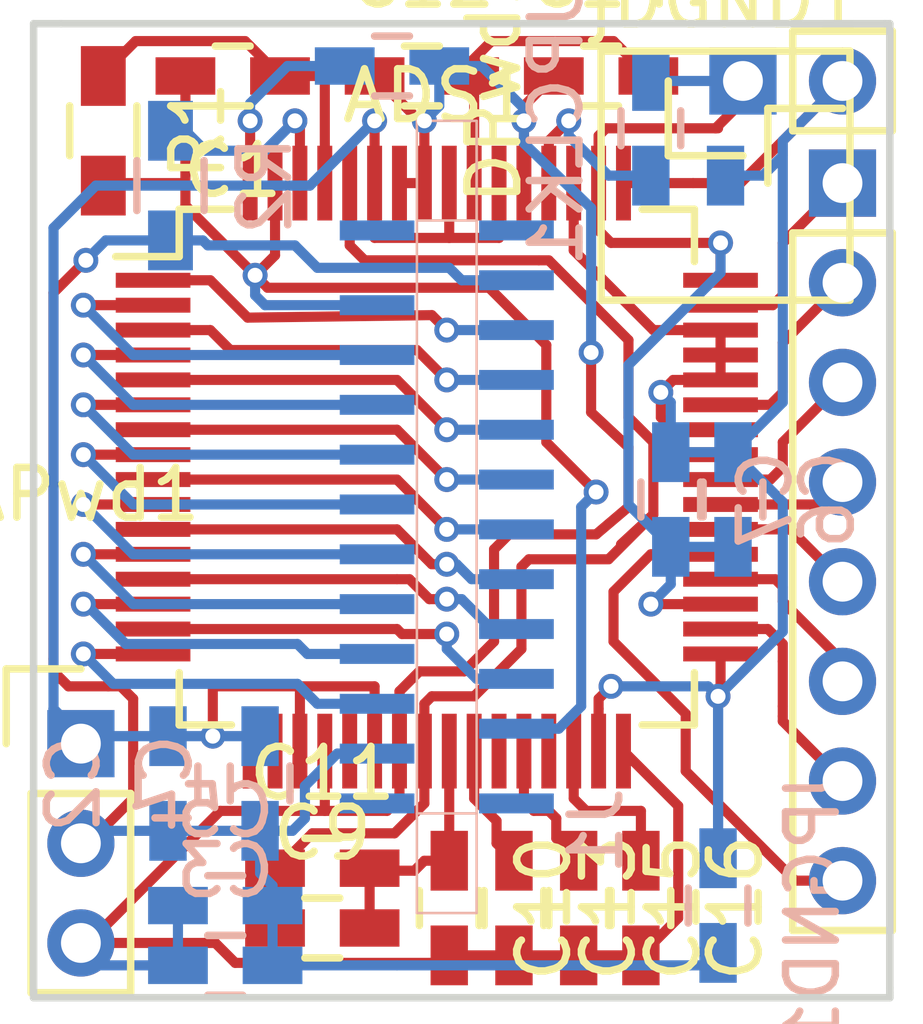
<source format=kicad_pcb>
(kicad_pcb (version 4) (host pcbnew 4.0.7)

  (general
    (links 94)
    (no_connects 0)
    (area 122.424999 90.674999 139.775001 110.375001)
    (thickness 1.6)
    (drawings 10)
    (tracks 393)
    (zones 0)
    (modules 26)
    (nets 49)
  )

  (page A4)
  (layers
    (0 F.Cu signal)
    (31 B.Cu signal)
    (32 B.Adhes user hide)
    (33 F.Adhes user hide)
    (34 B.Paste user hide)
    (35 F.Paste user hide)
    (36 B.SilkS user hide)
    (37 F.SilkS user hide)
    (38 B.Mask user hide)
    (39 F.Mask user hide)
    (40 Dwgs.User user hide)
    (41 Cmts.User user hide)
    (42 Eco1.User user hide)
    (43 Eco2.User user hide)
    (44 Edge.Cuts user)
    (45 Margin user hide)
    (46 B.CrtYd user hide)
    (47 F.CrtYd user hide)
    (48 B.Fab user hide)
    (49 F.Fab user hide)
  )

  (setup
    (last_trace_width 0.2032)
    (trace_clearance 0.2)
    (zone_clearance 0.508)
    (zone_45_only no)
    (trace_min 0.2)
    (segment_width 0.2)
    (edge_width 0.15)
    (via_size 0.5)
    (via_drill 0.3)
    (via_min_size 0.4)
    (via_min_drill 0.3)
    (uvia_size 0.5)
    (uvia_drill 0.3)
    (uvias_allowed no)
    (uvia_min_size 0.2)
    (uvia_min_drill 0.1)
    (pcb_text_width 0.3)
    (pcb_text_size 1.5 1.5)
    (mod_edge_width 0.15)
    (mod_text_size 1 1)
    (mod_text_width 0.15)
    (pad_size 0.75 1.2)
    (pad_drill 0)
    (pad_to_mask_clearance 0.2)
    (aux_axis_origin 0 0)
    (visible_elements FFFFFF9F)
    (pcbplotparams
      (layerselection 0x00030_80000001)
      (usegerberextensions false)
      (excludeedgelayer true)
      (linewidth 0.100000)
      (plotframeref false)
      (viasonmask false)
      (mode 1)
      (useauxorigin false)
      (hpglpennumber 1)
      (hpglpenspeed 20)
      (hpglpendiameter 15)
      (hpglpenoverlay 2)
      (psnegative false)
      (psa4output false)
      (plotreference true)
      (plotvalue true)
      (plotinvisibletext false)
      (padsonsilk false)
      (subtractmaskfromsilk false)
      (outputformat 1)
      (mirror false)
      (drillshape 1)
      (scaleselection 1)
      (outputdirectory ""))
  )

  (net 0 "")
  (net 1 /IN8N)
  (net 2 /IN8P)
  (net 3 /IN7N)
  (net 4 /IN7P)
  (net 5 /IN6N)
  (net 6 /IN6P)
  (net 7 /IN5N)
  (net 8 /IN5P)
  (net 9 /IN4N)
  (net 10 /IN4P)
  (net 11 /IN3N)
  (net 12 /IN3P)
  (net 13 /IN2N)
  (net 14 /IN2P)
  (net 15 /IN1N)
  (net 16 /IN1P)
  (net 17 /ADS1298/TESTP_PACE_OUT1)
  (net 18 /ADS1298/TESTN_PACE_OUT2)
  (net 19 /AVDD)
  (net 20 /AVSS)
  (net 21 /ADS1298/RLDREF)
  (net 22 "Net-(ADS1-Pad25)")
  (net 23 "Net-(ADS1-Pad26)")
  (net 24 "Net-(ADS1-Pad27)")
  (net 25 "Net-(ADS1-Pad28)")
  (net 26 "Net-(ADS1-Pad29)")
  (net 27 "Net-(ADS1-Pad30)")
  (net 28 /DGND)
  (net 29 /MOSI)
  (net 30 /DVDD)
  (net 31 /~RESET)
  (net 32 /CLK)
  (net 33 /START)
  (net 34 /~CS)
  (net 35 /SPI_CLK)
  (net 36 /MISO)
  (net 37 /~DRDY)
  (net 38 /CLKSEL)
  (net 39 "Net-(ADS1-Pad55)")
  (net 40 /ADS1298/RLDINV)
  (net 41 /ADS1298/RLDIN)
  (net 42 /RDLout)
  (net 43 "Net-(ADS1-Pad64)")
  (net 44 /AGND)
  (net 45 "Net-(J1-Pad42)")
  (net 46 "Net-(J1-Pad43)")
  (net 47 "Net-(J1-Pad41)")
  (net 48 "Net-(J1-Pad40)")

  (net_class Default "This is the default net class."
    (clearance 0.2)
    (trace_width 0.2032)
    (via_dia 0.5)
    (via_drill 0.3)
    (uvia_dia 0.5)
    (uvia_drill 0.3)
    (add_net /ADS1298/RLDIN)
    (add_net /ADS1298/RLDINV)
    (add_net /ADS1298/RLDREF)
    (add_net /ADS1298/TESTN_PACE_OUT2)
    (add_net /ADS1298/TESTP_PACE_OUT1)
    (add_net /AGND)
    (add_net /AVDD)
    (add_net /AVSS)
    (add_net /CLK)
    (add_net /CLKSEL)
    (add_net /DGND)
    (add_net /DVDD)
    (add_net /IN1N)
    (add_net /IN1P)
    (add_net /IN2N)
    (add_net /IN2P)
    (add_net /IN3N)
    (add_net /IN3P)
    (add_net /IN4N)
    (add_net /IN4P)
    (add_net /IN5N)
    (add_net /IN5P)
    (add_net /IN6N)
    (add_net /IN6P)
    (add_net /IN7N)
    (add_net /IN7P)
    (add_net /IN8N)
    (add_net /IN8P)
    (add_net /MISO)
    (add_net /MOSI)
    (add_net /RDLout)
    (add_net /SPI_CLK)
    (add_net /START)
    (add_net /~CS)
    (add_net /~DRDY)
    (add_net /~RESET)
    (add_net "Net-(ADS1-Pad25)")
    (add_net "Net-(ADS1-Pad26)")
    (add_net "Net-(ADS1-Pad27)")
    (add_net "Net-(ADS1-Pad28)")
    (add_net "Net-(ADS1-Pad29)")
    (add_net "Net-(ADS1-Pad30)")
    (add_net "Net-(ADS1-Pad55)")
    (add_net "Net-(ADS1-Pad64)")
    (add_net "Net-(J1-Pad40)")
    (add_net "Net-(J1-Pad41)")
    (add_net "Net-(J1-Pad42)")
    (add_net "Net-(J1-Pad43)")
  )

  (module Housings_QFP:TQFP-64_10x10mm_Pitch0.5mm (layer F.Cu) (tedit 54130A77) (tstamp 5AD1005E)
    (at 130.6 99.65)
    (descr "64-Lead Plastic Thin Quad Flatpack (PT) - 10x10x1 mm Body, 2.00 mm Footprint [TQFP] (see Microchip Packaging Specification 00000049BS.pdf)")
    (tags "QFP 0.5")
    (path /5AD0D78A/5AD0DB25)
    (attr smd)
    (fp_text reference ADS1 (at 0 -7.45) (layer F.SilkS)
      (effects (font (size 1 1) (thickness 0.15)))
    )
    (fp_text value ADS1298 (at 0 7.45) (layer F.Fab)
      (effects (font (size 1 1) (thickness 0.15)))
    )
    (fp_text user %R (at 0 0) (layer F.Fab)
      (effects (font (size 1 1) (thickness 0.15)))
    )
    (fp_line (start -4 -5) (end 5 -5) (layer F.Fab) (width 0.15))
    (fp_line (start 5 -5) (end 5 5) (layer F.Fab) (width 0.15))
    (fp_line (start 5 5) (end -5 5) (layer F.Fab) (width 0.15))
    (fp_line (start -5 5) (end -5 -4) (layer F.Fab) (width 0.15))
    (fp_line (start -5 -4) (end -4 -5) (layer F.Fab) (width 0.15))
    (fp_line (start -6.7 -6.7) (end -6.7 6.7) (layer F.CrtYd) (width 0.05))
    (fp_line (start 6.7 -6.7) (end 6.7 6.7) (layer F.CrtYd) (width 0.05))
    (fp_line (start -6.7 -6.7) (end 6.7 -6.7) (layer F.CrtYd) (width 0.05))
    (fp_line (start -6.7 6.7) (end 6.7 6.7) (layer F.CrtYd) (width 0.05))
    (fp_line (start -5.175 -5.175) (end -5.175 -4.225) (layer F.SilkS) (width 0.15))
    (fp_line (start 5.175 -5.175) (end 5.175 -4.125) (layer F.SilkS) (width 0.15))
    (fp_line (start 5.175 5.175) (end 5.175 4.125) (layer F.SilkS) (width 0.15))
    (fp_line (start -5.175 5.175) (end -5.175 4.125) (layer F.SilkS) (width 0.15))
    (fp_line (start -5.175 -5.175) (end -4.125 -5.175) (layer F.SilkS) (width 0.15))
    (fp_line (start -5.175 5.175) (end -4.125 5.175) (layer F.SilkS) (width 0.15))
    (fp_line (start 5.175 5.175) (end 4.125 5.175) (layer F.SilkS) (width 0.15))
    (fp_line (start 5.175 -5.175) (end 4.125 -5.175) (layer F.SilkS) (width 0.15))
    (fp_line (start -5.175 -4.225) (end -6.45 -4.225) (layer F.SilkS) (width 0.15))
    (pad 1 smd rect (at -5.7 -3.75) (size 1.5 0.3) (layers F.Cu F.Paste F.Mask)
      (net 1 /IN8N))
    (pad 2 smd rect (at -5.7 -3.25) (size 1.5 0.3) (layers F.Cu F.Paste F.Mask)
      (net 2 /IN8P))
    (pad 3 smd rect (at -5.7 -2.75) (size 1.5 0.3) (layers F.Cu F.Paste F.Mask)
      (net 3 /IN7N))
    (pad 4 smd rect (at -5.7 -2.25) (size 1.5 0.3) (layers F.Cu F.Paste F.Mask)
      (net 4 /IN7P))
    (pad 5 smd rect (at -5.7 -1.75) (size 1.5 0.3) (layers F.Cu F.Paste F.Mask)
      (net 5 /IN6N))
    (pad 6 smd rect (at -5.7 -1.25) (size 1.5 0.3) (layers F.Cu F.Paste F.Mask)
      (net 6 /IN6P))
    (pad 7 smd rect (at -5.7 -0.75) (size 1.5 0.3) (layers F.Cu F.Paste F.Mask)
      (net 7 /IN5N))
    (pad 8 smd rect (at -5.7 -0.25) (size 1.5 0.3) (layers F.Cu F.Paste F.Mask)
      (net 8 /IN5P))
    (pad 9 smd rect (at -5.7 0.25) (size 1.5 0.3) (layers F.Cu F.Paste F.Mask)
      (net 9 /IN4N))
    (pad 10 smd rect (at -5.7 0.75) (size 1.5 0.3) (layers F.Cu F.Paste F.Mask)
      (net 10 /IN4P))
    (pad 11 smd rect (at -5.7 1.25) (size 1.5 0.3) (layers F.Cu F.Paste F.Mask)
      (net 11 /IN3N))
    (pad 12 smd rect (at -5.7 1.75) (size 1.5 0.3) (layers F.Cu F.Paste F.Mask)
      (net 12 /IN3P))
    (pad 13 smd rect (at -5.7 2.25) (size 1.5 0.3) (layers F.Cu F.Paste F.Mask)
      (net 13 /IN2N))
    (pad 14 smd rect (at -5.7 2.75) (size 1.5 0.3) (layers F.Cu F.Paste F.Mask)
      (net 14 /IN2P))
    (pad 15 smd rect (at -5.7 3.25) (size 1.5 0.3) (layers F.Cu F.Paste F.Mask)
      (net 15 /IN1N))
    (pad 16 smd rect (at -5.7 3.75) (size 1.5 0.3) (layers F.Cu F.Paste F.Mask)
      (net 16 /IN1P))
    (pad 17 smd rect (at -3.75 5.7 90) (size 1.5 0.3) (layers F.Cu F.Paste F.Mask)
      (net 17 /ADS1298/TESTP_PACE_OUT1))
    (pad 18 smd rect (at -3.25 5.7 90) (size 1.5 0.3) (layers F.Cu F.Paste F.Mask)
      (net 18 /ADS1298/TESTN_PACE_OUT2))
    (pad 19 smd rect (at -2.75 5.7 90) (size 1.5 0.3) (layers F.Cu F.Paste F.Mask)
      (net 19 /AVDD))
    (pad 20 smd rect (at -2.25 5.7 90) (size 1.5 0.3) (layers F.Cu F.Paste F.Mask)
      (net 20 /AVSS))
    (pad 21 smd rect (at -1.75 5.7 90) (size 1.5 0.3) (layers F.Cu F.Paste F.Mask)
      (net 19 /AVDD))
    (pad 22 smd rect (at -1.25 5.7 90) (size 1.5 0.3) (layers F.Cu F.Paste F.Mask)
      (net 19 /AVDD))
    (pad 23 smd rect (at -0.75 5.7 90) (size 1.5 0.3) (layers F.Cu F.Paste F.Mask)
      (net 20 /AVSS))
    (pad 24 smd rect (at -0.25 5.7 90) (size 1.5 0.3) (layers F.Cu F.Paste F.Mask)
      (net 21 /ADS1298/RLDREF))
    (pad 25 smd rect (at 0.25 5.7 90) (size 1.5 0.3) (layers F.Cu F.Paste F.Mask)
      (net 22 "Net-(ADS1-Pad25)"))
    (pad 26 smd rect (at 0.75 5.7 90) (size 1.5 0.3) (layers F.Cu F.Paste F.Mask)
      (net 23 "Net-(ADS1-Pad26)"))
    (pad 27 smd rect (at 1.25 5.7 90) (size 1.5 0.3) (layers F.Cu F.Paste F.Mask)
      (net 24 "Net-(ADS1-Pad27)"))
    (pad 28 smd rect (at 1.75 5.7 90) (size 1.5 0.3) (layers F.Cu F.Paste F.Mask)
      (net 25 "Net-(ADS1-Pad28)"))
    (pad 29 smd rect (at 2.25 5.7 90) (size 1.5 0.3) (layers F.Cu F.Paste F.Mask)
      (net 26 "Net-(ADS1-Pad29)"))
    (pad 30 smd rect (at 2.75 5.7 90) (size 1.5 0.3) (layers F.Cu F.Paste F.Mask)
      (net 27 "Net-(ADS1-Pad30)"))
    (pad 31 smd rect (at 3.25 5.7 90) (size 1.5 0.3) (layers F.Cu F.Paste F.Mask)
      (net 28 /DGND))
    (pad 32 smd rect (at 3.75 5.7 90) (size 1.5 0.3) (layers F.Cu F.Paste F.Mask)
      (net 20 /AVSS))
    (pad 33 smd rect (at 5.7 3.75) (size 1.5 0.3) (layers F.Cu F.Paste F.Mask)
      (net 28 /DGND))
    (pad 34 smd rect (at 5.7 3.25) (size 1.5 0.3) (layers F.Cu F.Paste F.Mask)
      (net 29 /MOSI))
    (pad 35 smd rect (at 5.7 2.75) (size 1.5 0.3) (layers F.Cu F.Paste F.Mask)
      (net 30 /DVDD))
    (pad 36 smd rect (at 5.7 2.25) (size 1.5 0.3) (layers F.Cu F.Paste F.Mask)
      (net 31 /~RESET))
    (pad 37 smd rect (at 5.7 1.75) (size 1.5 0.3) (layers F.Cu F.Paste F.Mask)
      (net 32 /CLK))
    (pad 38 smd rect (at 5.7 1.25) (size 1.5 0.3) (layers F.Cu F.Paste F.Mask)
      (net 33 /START))
    (pad 39 smd rect (at 5.7 0.75) (size 1.5 0.3) (layers F.Cu F.Paste F.Mask)
      (net 34 /~CS))
    (pad 40 smd rect (at 5.7 0.25) (size 1.5 0.3) (layers F.Cu F.Paste F.Mask)
      (net 35 /SPI_CLK))
    (pad 41 smd rect (at 5.7 -0.25) (size 1.5 0.3) (layers F.Cu F.Paste F.Mask)
      (net 28 /DGND))
    (pad 42 smd rect (at 5.7 -0.75) (size 1.5 0.3) (layers F.Cu F.Paste F.Mask)
      (net 28 /DGND))
    (pad 43 smd rect (at 5.7 -1.25) (size 1.5 0.3) (layers F.Cu F.Paste F.Mask)
      (net 36 /MISO))
    (pad 44 smd rect (at 5.7 -1.75) (size 1.5 0.3) (layers F.Cu F.Paste F.Mask)
      (net 28 /DGND))
    (pad 45 smd rect (at 5.7 -2.25) (size 1.5 0.3) (layers F.Cu F.Paste F.Mask)
      (net 28 /DGND))
    (pad 46 smd rect (at 5.7 -2.75) (size 1.5 0.3) (layers F.Cu F.Paste F.Mask)
      (net 28 /DGND))
    (pad 47 smd rect (at 5.7 -3.25) (size 1.5 0.3) (layers F.Cu F.Paste F.Mask)
      (net 37 /~DRDY))
    (pad 48 smd rect (at 5.7 -3.75) (size 1.5 0.3) (layers F.Cu F.Paste F.Mask)
      (net 30 /DVDD))
    (pad 49 smd rect (at 3.75 -5.7 90) (size 1.5 0.3) (layers F.Cu F.Paste F.Mask)
      (net 28 /DGND))
    (pad 50 smd rect (at 3.25 -5.7 90) (size 1.5 0.3) (layers F.Cu F.Paste F.Mask)
      (net 30 /DVDD))
    (pad 51 smd rect (at 2.75 -5.7 90) (size 1.5 0.3) (layers F.Cu F.Paste F.Mask)
      (net 28 /DGND))
    (pad 52 smd rect (at 2.25 -5.7 90) (size 1.5 0.3) (layers F.Cu F.Paste F.Mask)
      (net 38 /CLKSEL))
    (pad 53 smd rect (at 1.75 -5.7 90) (size 1.5 0.3) (layers F.Cu F.Paste F.Mask)
      (net 20 /AVSS))
    (pad 54 smd rect (at 1.25 -5.7 90) (size 1.5 0.3) (layers F.Cu F.Paste F.Mask)
      (net 19 /AVDD))
    (pad 55 smd rect (at 0.75 -5.7 90) (size 1.5 0.3) (layers F.Cu F.Paste F.Mask)
      (net 39 "Net-(ADS1-Pad55)"))
    (pad 56 smd rect (at 0.25 -5.7 90) (size 1.5 0.3) (layers F.Cu F.Paste F.Mask)
      (net 19 /AVDD))
    (pad 57 smd rect (at -0.25 -5.7 90) (size 1.5 0.3) (layers F.Cu F.Paste F.Mask)
      (net 20 /AVSS))
    (pad 58 smd rect (at -0.75 -5.7 90) (size 1.5 0.3) (layers F.Cu F.Paste F.Mask)
      (net 20 /AVSS))
    (pad 59 smd rect (at -1.25 -5.7 90) (size 1.5 0.3) (layers F.Cu F.Paste F.Mask)
      (net 19 /AVDD))
    (pad 60 smd rect (at -1.75 -5.7 90) (size 1.5 0.3) (layers F.Cu F.Paste F.Mask)
      (net 21 /ADS1298/RLDREF))
    (pad 61 smd rect (at -2.25 -5.7 90) (size 1.5 0.3) (layers F.Cu F.Paste F.Mask)
      (net 40 /ADS1298/RLDINV))
    (pad 62 smd rect (at -2.75 -5.7 90) (size 1.5 0.3) (layers F.Cu F.Paste F.Mask)
      (net 41 /ADS1298/RLDIN))
    (pad 63 smd rect (at -3.25 -5.7 90) (size 1.5 0.3) (layers F.Cu F.Paste F.Mask)
      (net 42 /RDLout))
    (pad 64 smd rect (at -3.75 -5.7 90) (size 1.5 0.3) (layers F.Cu F.Paste F.Mask)
      (net 43 "Net-(ADS1-Pad64)"))
    (model Housings_QFP.3dshapes/TQFP-64_10x10mm_Pitch0.5mm.wrl
      (at (xyz 0 0 0))
      (scale (xyz 1 1 1))
      (rotate (xyz 0 0 0))
    )
  )

  (module Pin_Headers:Pin_Header_Straight_1x03_Pitch2.00mm (layer F.Cu) (tedit 56FA75DA) (tstamp 5AD10065)
    (at 123.45 105.2)
    (descr "Through hole pin header, 1x03, 2.00mm pitch, single row")
    (tags "pin header single row")
    (path /5AD21670)
    (fp_text reference APwd1 (at 0 -5) (layer F.SilkS)
      (effects (font (size 1 1) (thickness 0.15)))
    )
    (fp_text value Conn_01x03 (at 0 -3) (layer F.Fab)
      (effects (font (size 1 1) (thickness 0.15)))
    )
    (fp_line (start -1 1) (end 1 1) (layer F.SilkS) (width 0.15))
    (fp_line (start 1 1) (end 1 5) (layer F.SilkS) (width 0.15))
    (fp_line (start 1 5) (end -1 5) (layer F.SilkS) (width 0.15))
    (fp_line (start -1 5) (end -1 1) (layer F.SilkS) (width 0.15))
    (fp_line (start -1.6 -1.6) (end 1.6 -1.6) (layer F.CrtYd) (width 0.05))
    (fp_line (start 1.6 -1.6) (end 1.6 5.6) (layer F.CrtYd) (width 0.05))
    (fp_line (start 1.6 5.6) (end -1.6 5.6) (layer F.CrtYd) (width 0.05))
    (fp_line (start -1.6 5.6) (end -1.6 -1.6) (layer F.CrtYd) (width 0.05))
    (fp_line (start -1.5 0) (end -1.5 -1.5) (layer F.SilkS) (width 0.15))
    (fp_line (start -1.5 -1.5) (end 0 -1.5) (layer F.SilkS) (width 0.15))
    (pad 1 thru_hole rect (at 0 0) (size 1.35 1.35) (drill 0.8) (layers *.Cu *.Mask)
      (net 19 /AVDD))
    (pad 2 thru_hole circle (at 0 2) (size 1.35 1.35) (drill 0.8) (layers *.Cu *.Mask)
      (net 44 /AGND))
    (pad 3 thru_hole circle (at 0 4) (size 1.35 1.35) (drill 0.8) (layers *.Cu *.Mask)
      (net 20 /AVSS))
    (model Pin_Headers.3dshapes/Pin_Header_Straight_1x03_Pitch2.00mm.wrl
      (at (xyz 0 0 0))
      (scale (xyz 1 1 1))
      (rotate (xyz 0 0 0))
    )
  )

  (module Capacitors_SMD:C_0603_HandSoldering (layer F.Cu) (tedit 541A9B4D) (tstamp 5AD1006B)
    (at 126.5 91.8 180)
    (descr "Capacitor SMD 0603, hand soldering")
    (tags "capacitor 0603")
    (path /5AD0D78A/5AD0DB27)
    (attr smd)
    (fp_text reference C1 (at 0 -1.9 180) (layer F.SilkS)
      (effects (font (size 1 1) (thickness 0.15)))
    )
    (fp_text value 1nf (at 0 1.9 180) (layer F.Fab)
      (effects (font (size 1 1) (thickness 0.15)))
    )
    (fp_line (start -0.8 0.4) (end -0.8 -0.4) (layer F.Fab) (width 0.15))
    (fp_line (start 0.8 0.4) (end -0.8 0.4) (layer F.Fab) (width 0.15))
    (fp_line (start 0.8 -0.4) (end 0.8 0.4) (layer F.Fab) (width 0.15))
    (fp_line (start -0.8 -0.4) (end 0.8 -0.4) (layer F.Fab) (width 0.15))
    (fp_line (start -1.85 -0.75) (end 1.85 -0.75) (layer F.CrtYd) (width 0.05))
    (fp_line (start -1.85 0.75) (end 1.85 0.75) (layer F.CrtYd) (width 0.05))
    (fp_line (start -1.85 -0.75) (end -1.85 0.75) (layer F.CrtYd) (width 0.05))
    (fp_line (start 1.85 -0.75) (end 1.85 0.75) (layer F.CrtYd) (width 0.05))
    (fp_line (start -0.35 -0.6) (end 0.35 -0.6) (layer F.SilkS) (width 0.15))
    (fp_line (start 0.35 0.6) (end -0.35 0.6) (layer F.SilkS) (width 0.15))
    (pad 1 smd rect (at -0.95 0 180) (size 1.2 0.75) (layers F.Cu F.Paste F.Mask)
      (net 40 /ADS1298/RLDINV))
    (pad 2 smd rect (at 0.95 0 180) (size 1.2 0.75) (layers F.Cu F.Paste F.Mask)
      (net 42 /RDLout))
    (model Capacitors_SMD.3dshapes/C_0603_HandSoldering.wrl
      (at (xyz 0 0 0))
      (scale (xyz 1 1 1))
      (rotate (xyz 0 0 0))
    )
  )

  (module Capacitors_SMD:C_0603_HandSoldering (layer B.Cu) (tedit 541A9B4D) (tstamp 5AD10071)
    (at 125.2 106 270)
    (descr "Capacitor SMD 0603, hand soldering")
    (tags "capacitor 0603")
    (path /5AD0D78A/5AD0DB2E)
    (attr smd)
    (fp_text reference C2 (at 0 1.9 270) (layer B.SilkS)
      (effects (font (size 1 1) (thickness 0.15)) (justify mirror))
    )
    (fp_text value 1uF (at 0 -1.9 270) (layer B.Fab)
      (effects (font (size 1 1) (thickness 0.15)) (justify mirror))
    )
    (fp_line (start -0.8 -0.4) (end -0.8 0.4) (layer B.Fab) (width 0.15))
    (fp_line (start 0.8 -0.4) (end -0.8 -0.4) (layer B.Fab) (width 0.15))
    (fp_line (start 0.8 0.4) (end 0.8 -0.4) (layer B.Fab) (width 0.15))
    (fp_line (start -0.8 0.4) (end 0.8 0.4) (layer B.Fab) (width 0.15))
    (fp_line (start -1.85 0.75) (end 1.85 0.75) (layer B.CrtYd) (width 0.05))
    (fp_line (start -1.85 -0.75) (end 1.85 -0.75) (layer B.CrtYd) (width 0.05))
    (fp_line (start -1.85 0.75) (end -1.85 -0.75) (layer B.CrtYd) (width 0.05))
    (fp_line (start 1.85 0.75) (end 1.85 -0.75) (layer B.CrtYd) (width 0.05))
    (fp_line (start -0.35 0.6) (end 0.35 0.6) (layer B.SilkS) (width 0.15))
    (fp_line (start 0.35 -0.6) (end -0.35 -0.6) (layer B.SilkS) (width 0.15))
    (pad 1 smd rect (at -0.95 0 270) (size 1.2 0.75) (layers B.Cu B.Paste B.Mask)
      (net 19 /AVDD))
    (pad 2 smd rect (at 0.95 0 270) (size 1.2 0.75) (layers B.Cu B.Paste B.Mask)
      (net 44 /AGND))
    (model Capacitors_SMD.3dshapes/C_0603_HandSoldering.wrl
      (at (xyz 0 0 0))
      (scale (xyz 1 1 1))
      (rotate (xyz 0 0 0))
    )
  )

  (module Capacitors_SMD:C_0603_HandSoldering (layer B.Cu) (tedit 541A9B4D) (tstamp 5AD10077)
    (at 126.35 109.65 180)
    (descr "Capacitor SMD 0603, hand soldering")
    (tags "capacitor 0603")
    (path /5AD0D78A/5AD0DB30)
    (attr smd)
    (fp_text reference C3 (at 0 1.9 180) (layer B.SilkS)
      (effects (font (size 1 1) (thickness 0.15)) (justify mirror))
    )
    (fp_text value 1uF (at 0 -1.9 180) (layer B.Fab)
      (effects (font (size 1 1) (thickness 0.15)) (justify mirror))
    )
    (fp_line (start -0.8 -0.4) (end -0.8 0.4) (layer B.Fab) (width 0.15))
    (fp_line (start 0.8 -0.4) (end -0.8 -0.4) (layer B.Fab) (width 0.15))
    (fp_line (start 0.8 0.4) (end 0.8 -0.4) (layer B.Fab) (width 0.15))
    (fp_line (start -0.8 0.4) (end 0.8 0.4) (layer B.Fab) (width 0.15))
    (fp_line (start -1.85 0.75) (end 1.85 0.75) (layer B.CrtYd) (width 0.05))
    (fp_line (start -1.85 -0.75) (end 1.85 -0.75) (layer B.CrtYd) (width 0.05))
    (fp_line (start -1.85 0.75) (end -1.85 -0.75) (layer B.CrtYd) (width 0.05))
    (fp_line (start 1.85 0.75) (end 1.85 -0.75) (layer B.CrtYd) (width 0.05))
    (fp_line (start -0.35 0.6) (end 0.35 0.6) (layer B.SilkS) (width 0.15))
    (fp_line (start 0.35 -0.6) (end -0.35 -0.6) (layer B.SilkS) (width 0.15))
    (pad 1 smd rect (at -0.95 0 180) (size 1.2 0.75) (layers B.Cu B.Paste B.Mask)
      (net 44 /AGND))
    (pad 2 smd rect (at 0.95 0 180) (size 1.2 0.75) (layers B.Cu B.Paste B.Mask)
      (net 20 /AVSS))
    (model Capacitors_SMD.3dshapes/C_0603_HandSoldering.wrl
      (at (xyz 0 0 0))
      (scale (xyz 1 1 1))
      (rotate (xyz 0 0 0))
    )
  )

  (module Capacitors_SMD:C_0603_HandSoldering (layer B.Cu) (tedit 541A9B4D) (tstamp 5AD1007D)
    (at 127.05 106 270)
    (descr "Capacitor SMD 0603, hand soldering")
    (tags "capacitor 0603")
    (path /5AD0D78A/5AD0DB2D)
    (attr smd)
    (fp_text reference C4 (at 0 1.9 270) (layer B.SilkS)
      (effects (font (size 1 1) (thickness 0.15)) (justify mirror))
    )
    (fp_text value 0.1uF (at 0 -1.9 270) (layer B.Fab)
      (effects (font (size 1 1) (thickness 0.15)) (justify mirror))
    )
    (fp_line (start -0.8 -0.4) (end -0.8 0.4) (layer B.Fab) (width 0.15))
    (fp_line (start 0.8 -0.4) (end -0.8 -0.4) (layer B.Fab) (width 0.15))
    (fp_line (start 0.8 0.4) (end 0.8 -0.4) (layer B.Fab) (width 0.15))
    (fp_line (start -0.8 0.4) (end 0.8 0.4) (layer B.Fab) (width 0.15))
    (fp_line (start -1.85 0.75) (end 1.85 0.75) (layer B.CrtYd) (width 0.05))
    (fp_line (start -1.85 -0.75) (end 1.85 -0.75) (layer B.CrtYd) (width 0.05))
    (fp_line (start -1.85 0.75) (end -1.85 -0.75) (layer B.CrtYd) (width 0.05))
    (fp_line (start 1.85 0.75) (end 1.85 -0.75) (layer B.CrtYd) (width 0.05))
    (fp_line (start -0.35 0.6) (end 0.35 0.6) (layer B.SilkS) (width 0.15))
    (fp_line (start 0.35 -0.6) (end -0.35 -0.6) (layer B.SilkS) (width 0.15))
    (pad 1 smd rect (at -0.95 0 270) (size 1.2 0.75) (layers B.Cu B.Paste B.Mask)
      (net 19 /AVDD))
    (pad 2 smd rect (at 0.95 0 270) (size 1.2 0.75) (layers B.Cu B.Paste B.Mask)
      (net 44 /AGND))
    (model Capacitors_SMD.3dshapes/C_0603_HandSoldering.wrl
      (at (xyz 0 0 0))
      (scale (xyz 1 1 1))
      (rotate (xyz 0 0 0))
    )
  )

  (module Capacitors_SMD:C_0603_HandSoldering (layer B.Cu) (tedit 541A9B4D) (tstamp 5AD10083)
    (at 126.35 108.45 180)
    (descr "Capacitor SMD 0603, hand soldering")
    (tags "capacitor 0603")
    (path /5AD0D78A/5AD0DB2F)
    (attr smd)
    (fp_text reference C5 (at 0 1.9 180) (layer B.SilkS)
      (effects (font (size 1 1) (thickness 0.15)) (justify mirror))
    )
    (fp_text value 0.1uF (at 0 -1.9 180) (layer B.Fab)
      (effects (font (size 1 1) (thickness 0.15)) (justify mirror))
    )
    (fp_line (start -0.8 -0.4) (end -0.8 0.4) (layer B.Fab) (width 0.15))
    (fp_line (start 0.8 -0.4) (end -0.8 -0.4) (layer B.Fab) (width 0.15))
    (fp_line (start 0.8 0.4) (end 0.8 -0.4) (layer B.Fab) (width 0.15))
    (fp_line (start -0.8 0.4) (end 0.8 0.4) (layer B.Fab) (width 0.15))
    (fp_line (start -1.85 0.75) (end 1.85 0.75) (layer B.CrtYd) (width 0.05))
    (fp_line (start -1.85 -0.75) (end 1.85 -0.75) (layer B.CrtYd) (width 0.05))
    (fp_line (start -1.85 0.75) (end -1.85 -0.75) (layer B.CrtYd) (width 0.05))
    (fp_line (start 1.85 0.75) (end 1.85 -0.75) (layer B.CrtYd) (width 0.05))
    (fp_line (start -0.35 0.6) (end 0.35 0.6) (layer B.SilkS) (width 0.15))
    (fp_line (start 0.35 -0.6) (end -0.35 -0.6) (layer B.SilkS) (width 0.15))
    (pad 1 smd rect (at -0.95 0 180) (size 1.2 0.75) (layers B.Cu B.Paste B.Mask)
      (net 44 /AGND))
    (pad 2 smd rect (at 0.95 0 180) (size 1.2 0.75) (layers B.Cu B.Paste B.Mask)
      (net 20 /AVSS))
    (model Capacitors_SMD.3dshapes/C_0603_HandSoldering.wrl
      (at (xyz 0 0 0))
      (scale (xyz 1 1 1))
      (rotate (xyz 0 0 0))
    )
  )

  (module Capacitors_SMD:C_0603_HandSoldering (layer B.Cu) (tedit 541A9B4D) (tstamp 5AD10089)
    (at 136.55 100.3 90)
    (descr "Capacitor SMD 0603, hand soldering")
    (tags "capacitor 0603")
    (path /5AD0D78A/5AD0DB32)
    (attr smd)
    (fp_text reference C6 (at 0 1.9 90) (layer B.SilkS)
      (effects (font (size 1 1) (thickness 0.15)) (justify mirror))
    )
    (fp_text value 1uF (at 0 -1.9 90) (layer B.Fab)
      (effects (font (size 1 1) (thickness 0.15)) (justify mirror))
    )
    (fp_line (start -0.8 -0.4) (end -0.8 0.4) (layer B.Fab) (width 0.15))
    (fp_line (start 0.8 -0.4) (end -0.8 -0.4) (layer B.Fab) (width 0.15))
    (fp_line (start 0.8 0.4) (end 0.8 -0.4) (layer B.Fab) (width 0.15))
    (fp_line (start -0.8 0.4) (end 0.8 0.4) (layer B.Fab) (width 0.15))
    (fp_line (start -1.85 0.75) (end 1.85 0.75) (layer B.CrtYd) (width 0.05))
    (fp_line (start -1.85 -0.75) (end 1.85 -0.75) (layer B.CrtYd) (width 0.05))
    (fp_line (start -1.85 0.75) (end -1.85 -0.75) (layer B.CrtYd) (width 0.05))
    (fp_line (start 1.85 0.75) (end 1.85 -0.75) (layer B.CrtYd) (width 0.05))
    (fp_line (start -0.35 0.6) (end 0.35 0.6) (layer B.SilkS) (width 0.15))
    (fp_line (start 0.35 -0.6) (end -0.35 -0.6) (layer B.SilkS) (width 0.15))
    (pad 1 smd rect (at -0.95 0 90) (size 1.2 0.75) (layers B.Cu B.Paste B.Mask)
      (net 30 /DVDD))
    (pad 2 smd rect (at 0.95 0 90) (size 1.2 0.75) (layers B.Cu B.Paste B.Mask)
      (net 28 /DGND))
    (model Capacitors_SMD.3dshapes/C_0603_HandSoldering.wrl
      (at (xyz 0 0 0))
      (scale (xyz 1 1 1))
      (rotate (xyz 0 0 0))
    )
  )

  (module Capacitors_SMD:C_0603_HandSoldering (layer B.Cu) (tedit 541A9B4D) (tstamp 5AD1008F)
    (at 135.3 100.3 90)
    (descr "Capacitor SMD 0603, hand soldering")
    (tags "capacitor 0603")
    (path /5AD0D78A/5AD0DB31)
    (attr smd)
    (fp_text reference C7 (at 0 1.9 90) (layer B.SilkS)
      (effects (font (size 1 1) (thickness 0.15)) (justify mirror))
    )
    (fp_text value 0.1uF (at 0 -1.9 90) (layer B.Fab)
      (effects (font (size 1 1) (thickness 0.15)) (justify mirror))
    )
    (fp_line (start -0.8 -0.4) (end -0.8 0.4) (layer B.Fab) (width 0.15))
    (fp_line (start 0.8 -0.4) (end -0.8 -0.4) (layer B.Fab) (width 0.15))
    (fp_line (start 0.8 0.4) (end 0.8 -0.4) (layer B.Fab) (width 0.15))
    (fp_line (start -0.8 0.4) (end 0.8 0.4) (layer B.Fab) (width 0.15))
    (fp_line (start -1.85 0.75) (end 1.85 0.75) (layer B.CrtYd) (width 0.05))
    (fp_line (start -1.85 -0.75) (end 1.85 -0.75) (layer B.CrtYd) (width 0.05))
    (fp_line (start -1.85 0.75) (end -1.85 -0.75) (layer B.CrtYd) (width 0.05))
    (fp_line (start 1.85 0.75) (end 1.85 -0.75) (layer B.CrtYd) (width 0.05))
    (fp_line (start -0.35 0.6) (end 0.35 0.6) (layer B.SilkS) (width 0.15))
    (fp_line (start 0.35 -0.6) (end -0.35 -0.6) (layer B.SilkS) (width 0.15))
    (pad 1 smd rect (at -0.95 0 90) (size 1.2 0.75) (layers B.Cu B.Paste B.Mask)
      (net 30 /DVDD))
    (pad 2 smd rect (at 0.95 0 90) (size 1.2 0.75) (layers B.Cu B.Paste B.Mask)
      (net 28 /DGND))
    (model Capacitors_SMD.3dshapes/C_0603_HandSoldering.wrl
      (at (xyz 0 0 0))
      (scale (xyz 1 1 1))
      (rotate (xyz 0 0 0))
    )
  )

  (module Capacitors_SMD:C_0603_HandSoldering (layer B.Cu) (tedit 541A9B4D) (tstamp 5AD10095)
    (at 129.7 91.6 180)
    (descr "Capacitor SMD 0603, hand soldering")
    (tags "capacitor 0603")
    (path /5AD0D78A/5AD0DB35)
    (attr smd)
    (fp_text reference C8 (at 0 1.9 180) (layer B.SilkS)
      (effects (font (size 1 1) (thickness 0.15)) (justify mirror))
    )
    (fp_text value 100pf (at 0 -1.9 180) (layer B.Fab)
      (effects (font (size 1 1) (thickness 0.15)) (justify mirror))
    )
    (fp_line (start -0.8 -0.4) (end -0.8 0.4) (layer B.Fab) (width 0.15))
    (fp_line (start 0.8 -0.4) (end -0.8 -0.4) (layer B.Fab) (width 0.15))
    (fp_line (start 0.8 0.4) (end 0.8 -0.4) (layer B.Fab) (width 0.15))
    (fp_line (start -0.8 0.4) (end 0.8 0.4) (layer B.Fab) (width 0.15))
    (fp_line (start -1.85 0.75) (end 1.85 0.75) (layer B.CrtYd) (width 0.05))
    (fp_line (start -1.85 -0.75) (end 1.85 -0.75) (layer B.CrtYd) (width 0.05))
    (fp_line (start -1.85 0.75) (end -1.85 -0.75) (layer B.CrtYd) (width 0.05))
    (fp_line (start 1.85 0.75) (end 1.85 -0.75) (layer B.CrtYd) (width 0.05))
    (fp_line (start -0.35 0.6) (end 0.35 0.6) (layer B.SilkS) (width 0.15))
    (fp_line (start 0.35 -0.6) (end -0.35 -0.6) (layer B.SilkS) (width 0.15))
    (pad 1 smd rect (at -0.95 0 180) (size 1.2 0.75) (layers B.Cu B.Paste B.Mask)
      (net 20 /AVSS))
    (pad 2 smd rect (at 0.95 0 180) (size 1.2 0.75) (layers B.Cu B.Paste B.Mask)
      (net 43 "Net-(ADS1-Pad64)"))
    (model Capacitors_SMD.3dshapes/C_0603_HandSoldering.wrl
      (at (xyz 0 0 0))
      (scale (xyz 1 1 1))
      (rotate (xyz 0 0 0))
    )
  )

  (module Capacitors_SMD:C_0603_HandSoldering (layer F.Cu) (tedit 541A9B4D) (tstamp 5AD1009B)
    (at 128.3 108.9)
    (descr "Capacitor SMD 0603, hand soldering")
    (tags "capacitor 0603")
    (path /5AD0D78A/5AD0DB2B)
    (attr smd)
    (fp_text reference C9 (at 0 -1.9) (layer F.SilkS)
      (effects (font (size 1 1) (thickness 0.15)))
    )
    (fp_text value 0.1uF (at 0 1.9) (layer F.Fab)
      (effects (font (size 1 1) (thickness 0.15)))
    )
    (fp_line (start -0.8 0.4) (end -0.8 -0.4) (layer F.Fab) (width 0.15))
    (fp_line (start 0.8 0.4) (end -0.8 0.4) (layer F.Fab) (width 0.15))
    (fp_line (start 0.8 -0.4) (end 0.8 0.4) (layer F.Fab) (width 0.15))
    (fp_line (start -0.8 -0.4) (end 0.8 -0.4) (layer F.Fab) (width 0.15))
    (fp_line (start -1.85 -0.75) (end 1.85 -0.75) (layer F.CrtYd) (width 0.05))
    (fp_line (start -1.85 0.75) (end 1.85 0.75) (layer F.CrtYd) (width 0.05))
    (fp_line (start -1.85 -0.75) (end -1.85 0.75) (layer F.CrtYd) (width 0.05))
    (fp_line (start 1.85 -0.75) (end 1.85 0.75) (layer F.CrtYd) (width 0.05))
    (fp_line (start -0.35 -0.6) (end 0.35 -0.6) (layer F.SilkS) (width 0.15))
    (fp_line (start 0.35 0.6) (end -0.35 0.6) (layer F.SilkS) (width 0.15))
    (pad 1 smd rect (at -0.95 0) (size 1.2 0.75) (layers F.Cu F.Paste F.Mask)
      (net 21 /ADS1298/RLDREF))
    (pad 2 smd rect (at 0.95 0) (size 1.2 0.75) (layers F.Cu F.Paste F.Mask)
      (net 22 "Net-(ADS1-Pad25)"))
    (model Capacitors_SMD.3dshapes/C_0603_HandSoldering.wrl
      (at (xyz 0 0 0))
      (scale (xyz 1 1 1))
      (rotate (xyz 0 0 0))
    )
  )

  (module Capacitors_SMD:C_0603_HandSoldering (layer F.Cu) (tedit 541A9B4D) (tstamp 5AD100A1)
    (at 130.85 108.5 270)
    (descr "Capacitor SMD 0603, hand soldering")
    (tags "capacitor 0603")
    (path /5AD0D78A/5AD1A7C2)
    (attr smd)
    (fp_text reference C10 (at 0 -1.9 270) (layer F.SilkS)
      (effects (font (size 1 1) (thickness 0.15)))
    )
    (fp_text value 1uF (at 0 1.9 270) (layer F.Fab)
      (effects (font (size 1 1) (thickness 0.15)))
    )
    (fp_line (start -0.8 0.4) (end -0.8 -0.4) (layer F.Fab) (width 0.15))
    (fp_line (start 0.8 0.4) (end -0.8 0.4) (layer F.Fab) (width 0.15))
    (fp_line (start 0.8 -0.4) (end 0.8 0.4) (layer F.Fab) (width 0.15))
    (fp_line (start -0.8 -0.4) (end 0.8 -0.4) (layer F.Fab) (width 0.15))
    (fp_line (start -1.85 -0.75) (end 1.85 -0.75) (layer F.CrtYd) (width 0.05))
    (fp_line (start -1.85 0.75) (end 1.85 0.75) (layer F.CrtYd) (width 0.05))
    (fp_line (start -1.85 -0.75) (end -1.85 0.75) (layer F.CrtYd) (width 0.05))
    (fp_line (start 1.85 -0.75) (end 1.85 0.75) (layer F.CrtYd) (width 0.05))
    (fp_line (start -0.35 -0.6) (end 0.35 -0.6) (layer F.SilkS) (width 0.15))
    (fp_line (start 0.35 0.6) (end -0.35 0.6) (layer F.SilkS) (width 0.15))
    (pad 1 smd rect (at -0.95 0 270) (size 1.2 0.75) (layers F.Cu F.Paste F.Mask)
      (net 22 "Net-(ADS1-Pad25)"))
    (pad 2 smd rect (at 0.95 0 270) (size 1.2 0.75) (layers F.Cu F.Paste F.Mask)
      (net 20 /AVSS))
    (model Capacitors_SMD.3dshapes/C_0603_HandSoldering.wrl
      (at (xyz 0 0 0))
      (scale (xyz 1 1 1))
      (rotate (xyz 0 0 0))
    )
  )

  (module Capacitors_SMD:C_0603_HandSoldering (layer F.Cu) (tedit 541A9B4D) (tstamp 5AD100A7)
    (at 128.3 107.7)
    (descr "Capacitor SMD 0603, hand soldering")
    (tags "capacitor 0603")
    (path /5AD0D78A/5AD0DB2A)
    (attr smd)
    (fp_text reference C11 (at 0 -1.9) (layer F.SilkS)
      (effects (font (size 1 1) (thickness 0.15)))
    )
    (fp_text value 10uF (at 0 1.9) (layer F.Fab)
      (effects (font (size 1 1) (thickness 0.15)))
    )
    (fp_line (start -0.8 0.4) (end -0.8 -0.4) (layer F.Fab) (width 0.15))
    (fp_line (start 0.8 0.4) (end -0.8 0.4) (layer F.Fab) (width 0.15))
    (fp_line (start 0.8 -0.4) (end 0.8 0.4) (layer F.Fab) (width 0.15))
    (fp_line (start -0.8 -0.4) (end 0.8 -0.4) (layer F.Fab) (width 0.15))
    (fp_line (start -1.85 -0.75) (end 1.85 -0.75) (layer F.CrtYd) (width 0.05))
    (fp_line (start -1.85 0.75) (end 1.85 0.75) (layer F.CrtYd) (width 0.05))
    (fp_line (start -1.85 -0.75) (end -1.85 0.75) (layer F.CrtYd) (width 0.05))
    (fp_line (start 1.85 -0.75) (end 1.85 0.75) (layer F.CrtYd) (width 0.05))
    (fp_line (start -0.35 -0.6) (end 0.35 -0.6) (layer F.SilkS) (width 0.15))
    (fp_line (start 0.35 0.6) (end -0.35 0.6) (layer F.SilkS) (width 0.15))
    (pad 1 smd rect (at -0.95 0) (size 1.2 0.75) (layers F.Cu F.Paste F.Mask)
      (net 21 /ADS1298/RLDREF))
    (pad 2 smd rect (at 0.95 0) (size 1.2 0.75) (layers F.Cu F.Paste F.Mask)
      (net 22 "Net-(ADS1-Pad25)"))
    (model Capacitors_SMD.3dshapes/C_0603_HandSoldering.wrl
      (at (xyz 0 0 0))
      (scale (xyz 1 1 1))
      (rotate (xyz 0 0 0))
    )
  )

  (module Capacitors_SMD:C_0603_HandSoldering (layer F.Cu) (tedit 541A9B4D) (tstamp 5AD100AD)
    (at 130.3 91.8)
    (descr "Capacitor SMD 0603, hand soldering")
    (tags "capacitor 0603")
    (path /5AD0D78A/5AD0DB34)
    (attr smd)
    (fp_text reference C12 (at 0 -1.9) (layer F.SilkS)
      (effects (font (size 1 1) (thickness 0.15)))
    )
    (fp_text value 1uF (at 0 1.9) (layer F.Fab)
      (effects (font (size 1 1) (thickness 0.15)))
    )
    (fp_line (start -0.8 0.4) (end -0.8 -0.4) (layer F.Fab) (width 0.15))
    (fp_line (start 0.8 0.4) (end -0.8 0.4) (layer F.Fab) (width 0.15))
    (fp_line (start 0.8 -0.4) (end 0.8 0.4) (layer F.Fab) (width 0.15))
    (fp_line (start -0.8 -0.4) (end 0.8 -0.4) (layer F.Fab) (width 0.15))
    (fp_line (start -1.85 -0.75) (end 1.85 -0.75) (layer F.CrtYd) (width 0.05))
    (fp_line (start -1.85 0.75) (end 1.85 0.75) (layer F.CrtYd) (width 0.05))
    (fp_line (start -1.85 -0.75) (end -1.85 0.75) (layer F.CrtYd) (width 0.05))
    (fp_line (start 1.85 -0.75) (end 1.85 0.75) (layer F.CrtYd) (width 0.05))
    (fp_line (start -0.35 -0.6) (end 0.35 -0.6) (layer F.SilkS) (width 0.15))
    (fp_line (start 0.35 0.6) (end -0.35 0.6) (layer F.SilkS) (width 0.15))
    (pad 1 smd rect (at -0.95 0) (size 1.2 0.75) (layers F.Cu F.Paste F.Mask)
      (net 20 /AVSS))
    (pad 2 smd rect (at 0.95 0) (size 1.2 0.75) (layers F.Cu F.Paste F.Mask)
      (net 39 "Net-(ADS1-Pad55)"))
    (model Capacitors_SMD.3dshapes/C_0603_HandSoldering.wrl
      (at (xyz 0 0 0))
      (scale (xyz 1 1 1))
      (rotate (xyz 0 0 0))
    )
  )

  (module Capacitors_SMD:C_0603_HandSoldering (layer F.Cu) (tedit 541A9B4D) (tstamp 5AD100B3)
    (at 132.15 108.5 270)
    (descr "Capacitor SMD 0603, hand soldering")
    (tags "capacitor 0603")
    (path /5AD0D78A/5AD0DB2C)
    (attr smd)
    (fp_text reference C13 (at 0 -1.9 270) (layer F.SilkS)
      (effects (font (size 1 1) (thickness 0.15)))
    )
    (fp_text value 1uF (at 0 1.9 270) (layer F.Fab)
      (effects (font (size 1 1) (thickness 0.15)))
    )
    (fp_line (start -0.8 0.4) (end -0.8 -0.4) (layer F.Fab) (width 0.15))
    (fp_line (start 0.8 0.4) (end -0.8 0.4) (layer F.Fab) (width 0.15))
    (fp_line (start 0.8 -0.4) (end 0.8 0.4) (layer F.Fab) (width 0.15))
    (fp_line (start -0.8 -0.4) (end 0.8 -0.4) (layer F.Fab) (width 0.15))
    (fp_line (start -1.85 -0.75) (end 1.85 -0.75) (layer F.CrtYd) (width 0.05))
    (fp_line (start -1.85 0.75) (end 1.85 0.75) (layer F.CrtYd) (width 0.05))
    (fp_line (start -1.85 -0.75) (end -1.85 0.75) (layer F.CrtYd) (width 0.05))
    (fp_line (start 1.85 -0.75) (end 1.85 0.75) (layer F.CrtYd) (width 0.05))
    (fp_line (start -0.35 -0.6) (end 0.35 -0.6) (layer F.SilkS) (width 0.15))
    (fp_line (start 0.35 0.6) (end -0.35 0.6) (layer F.SilkS) (width 0.15))
    (pad 1 smd rect (at -0.95 0 270) (size 1.2 0.75) (layers F.Cu F.Paste F.Mask)
      (net 23 "Net-(ADS1-Pad26)"))
    (pad 2 smd rect (at 0.95 0 270) (size 1.2 0.75) (layers F.Cu F.Paste F.Mask)
      (net 20 /AVSS))
    (model Capacitors_SMD.3dshapes/C_0603_HandSoldering.wrl
      (at (xyz 0 0 0))
      (scale (xyz 1 1 1))
      (rotate (xyz 0 0 0))
    )
  )

  (module Capacitors_SMD:C_0603_HandSoldering (layer F.Cu) (tedit 541A9B4D) (tstamp 5AD100B9)
    (at 133.9 91.8)
    (descr "Capacitor SMD 0603, hand soldering")
    (tags "capacitor 0603")
    (path /5AD0D78A/5AD0DB33)
    (attr smd)
    (fp_text reference C14 (at 0 -1.9) (layer F.SilkS)
      (effects (font (size 1 1) (thickness 0.15)))
    )
    (fp_text value 0.1uF (at 0 1.9) (layer F.Fab)
      (effects (font (size 1 1) (thickness 0.15)))
    )
    (fp_line (start -0.8 0.4) (end -0.8 -0.4) (layer F.Fab) (width 0.15))
    (fp_line (start 0.8 0.4) (end -0.8 0.4) (layer F.Fab) (width 0.15))
    (fp_line (start 0.8 -0.4) (end 0.8 0.4) (layer F.Fab) (width 0.15))
    (fp_line (start -0.8 -0.4) (end 0.8 -0.4) (layer F.Fab) (width 0.15))
    (fp_line (start -1.85 -0.75) (end 1.85 -0.75) (layer F.CrtYd) (width 0.05))
    (fp_line (start -1.85 0.75) (end 1.85 0.75) (layer F.CrtYd) (width 0.05))
    (fp_line (start -1.85 -0.75) (end -1.85 0.75) (layer F.CrtYd) (width 0.05))
    (fp_line (start 1.85 -0.75) (end 1.85 0.75) (layer F.CrtYd) (width 0.05))
    (fp_line (start -0.35 -0.6) (end 0.35 -0.6) (layer F.SilkS) (width 0.15))
    (fp_line (start 0.35 0.6) (end -0.35 0.6) (layer F.SilkS) (width 0.15))
    (pad 1 smd rect (at -0.95 0) (size 1.2 0.75) (layers F.Cu F.Paste F.Mask)
      (net 20 /AVSS))
    (pad 2 smd rect (at 0.95 0) (size 1.2 0.75) (layers F.Cu F.Paste F.Mask)
      (net 39 "Net-(ADS1-Pad55)"))
    (model Capacitors_SMD.3dshapes/C_0603_HandSoldering.wrl
      (at (xyz 0 0 0))
      (scale (xyz 1 1 1))
      (rotate (xyz 0 0 0))
    )
  )

  (module Capacitors_SMD:C_0603_HandSoldering (layer F.Cu) (tedit 541A9B4D) (tstamp 5AD100BF)
    (at 133.45 108.5 270)
    (descr "Capacitor SMD 0603, hand soldering")
    (tags "capacitor 0603")
    (path /5AD0D78A/5AD0DB28)
    (attr smd)
    (fp_text reference C15 (at 0 -1.9 270) (layer F.SilkS)
      (effects (font (size 1 1) (thickness 0.15)))
    )
    (fp_text value 22uF (at 0 1.9 270) (layer F.Fab)
      (effects (font (size 1 1) (thickness 0.15)))
    )
    (fp_line (start -0.8 0.4) (end -0.8 -0.4) (layer F.Fab) (width 0.15))
    (fp_line (start 0.8 0.4) (end -0.8 0.4) (layer F.Fab) (width 0.15))
    (fp_line (start 0.8 -0.4) (end 0.8 0.4) (layer F.Fab) (width 0.15))
    (fp_line (start -0.8 -0.4) (end 0.8 -0.4) (layer F.Fab) (width 0.15))
    (fp_line (start -1.85 -0.75) (end 1.85 -0.75) (layer F.CrtYd) (width 0.05))
    (fp_line (start -1.85 0.75) (end 1.85 0.75) (layer F.CrtYd) (width 0.05))
    (fp_line (start -1.85 -0.75) (end -1.85 0.75) (layer F.CrtYd) (width 0.05))
    (fp_line (start 1.85 -0.75) (end 1.85 0.75) (layer F.CrtYd) (width 0.05))
    (fp_line (start -0.35 -0.6) (end 0.35 -0.6) (layer F.SilkS) (width 0.15))
    (fp_line (start 0.35 0.6) (end -0.35 0.6) (layer F.SilkS) (width 0.15))
    (pad 1 smd rect (at -0.95 0 270) (size 1.2 0.75) (layers F.Cu F.Paste F.Mask)
      (net 25 "Net-(ADS1-Pad28)"))
    (pad 2 smd rect (at 0.95 0 270) (size 1.2 0.75) (layers F.Cu F.Paste F.Mask)
      (net 20 /AVSS))
    (model Capacitors_SMD.3dshapes/C_0603_HandSoldering.wrl
      (at (xyz 0 0 0))
      (scale (xyz 1 1 1))
      (rotate (xyz 0 0 0))
    )
  )

  (module Capacitors_SMD:C_0603_HandSoldering (layer F.Cu) (tedit 541A9B4D) (tstamp 5AD100C5)
    (at 134.7 108.5 270)
    (descr "Capacitor SMD 0603, hand soldering")
    (tags "capacitor 0603")
    (path /5AD0D78A/5AD0DB29)
    (attr smd)
    (fp_text reference C16 (at 0 -1.9 270) (layer F.SilkS)
      (effects (font (size 1 1) (thickness 0.15)))
    )
    (fp_text value 1uF (at 0 1.9 270) (layer F.Fab)
      (effects (font (size 1 1) (thickness 0.15)))
    )
    (fp_line (start -0.8 0.4) (end -0.8 -0.4) (layer F.Fab) (width 0.15))
    (fp_line (start 0.8 0.4) (end -0.8 0.4) (layer F.Fab) (width 0.15))
    (fp_line (start 0.8 -0.4) (end 0.8 0.4) (layer F.Fab) (width 0.15))
    (fp_line (start -0.8 -0.4) (end 0.8 -0.4) (layer F.Fab) (width 0.15))
    (fp_line (start -1.85 -0.75) (end 1.85 -0.75) (layer F.CrtYd) (width 0.05))
    (fp_line (start -1.85 0.75) (end 1.85 0.75) (layer F.CrtYd) (width 0.05))
    (fp_line (start -1.85 -0.75) (end -1.85 0.75) (layer F.CrtYd) (width 0.05))
    (fp_line (start 1.85 -0.75) (end 1.85 0.75) (layer F.CrtYd) (width 0.05))
    (fp_line (start -0.35 -0.6) (end 0.35 -0.6) (layer F.SilkS) (width 0.15))
    (fp_line (start 0.35 0.6) (end -0.35 0.6) (layer F.SilkS) (width 0.15))
    (pad 1 smd rect (at -0.95 0 270) (size 1.2 0.75) (layers F.Cu F.Paste F.Mask)
      (net 27 "Net-(ADS1-Pad30)"))
    (pad 2 smd rect (at 0.95 0 270) (size 1.2 0.75) (layers F.Cu F.Paste F.Mask)
      (net 20 /AVSS))
    (model Capacitors_SMD.3dshapes/C_0603_HandSoldering.wrl
      (at (xyz 0 0 0))
      (scale (xyz 1 1 1))
      (rotate (xyz 0 0 0))
    )
  )

  (module Pin_Headers:Pin_Header_Straight_1x02_Pitch2.00mm (layer F.Cu) (tedit 56FA75DA) (tstamp 5AD100CB)
    (at 136.75 91.9 90)
    (descr "Through hole pin header, 1x02, 2.00mm pitch, single row")
    (tags "pin header single row")
    (path /5AD21769)
    (fp_text reference DPwd1 (at 0 -5 90) (layer F.SilkS)
      (effects (font (size 1 1) (thickness 0.15)))
    )
    (fp_text value Conn_01x02 (at 0 -3 90) (layer F.Fab)
      (effects (font (size 1 1) (thickness 0.15)))
    )
    (fp_line (start -1 1) (end 1 1) (layer F.SilkS) (width 0.15))
    (fp_line (start 1 1) (end 1 3) (layer F.SilkS) (width 0.15))
    (fp_line (start 1 3) (end -1 3) (layer F.SilkS) (width 0.15))
    (fp_line (start -1 3) (end -1 1) (layer F.SilkS) (width 0.15))
    (fp_line (start -1.6 -1.6) (end 1.6 -1.6) (layer F.CrtYd) (width 0.05))
    (fp_line (start 1.6 -1.6) (end 1.6 3.6) (layer F.CrtYd) (width 0.05))
    (fp_line (start 1.6 3.6) (end -1.6 3.6) (layer F.CrtYd) (width 0.05))
    (fp_line (start -1.6 3.6) (end -1.6 -1.6) (layer F.CrtYd) (width 0.05))
    (fp_line (start -1.5 0) (end -1.5 -1.5) (layer F.SilkS) (width 0.15))
    (fp_line (start -1.5 -1.5) (end 0 -1.5) (layer F.SilkS) (width 0.15))
    (pad 1 thru_hole rect (at 0 0 90) (size 1.35 1.35) (drill 0.8) (layers *.Cu *.Mask)
      (net 30 /DVDD))
    (pad 2 thru_hole circle (at 0 2 90) (size 1.35 1.35) (drill 0.8) (layers *.Cu *.Mask)
      (net 28 /DGND))
    (model Pin_Headers.3dshapes/Pin_Header_Straight_1x02_Pitch2.00mm.wrl
      (at (xyz 0 0 0))
      (scale (xyz 1 1 1))
      (rotate (xyz 0 0 0))
    )
  )

  (module NNClib:FFCfemale20 (layer B.Cu) (tedit 5AB97B2C) (tstamp 5AD100E7)
    (at 132.95 95.9 270)
    (path /5AD0F5CF)
    (fp_text reference J1 (at 11.05 -0.85 270) (layer B.SilkS)
      (effects (font (size 1 1) (thickness 0.15)) (justify mirror))
    )
    (fp_text value FFCfemale20 (at 1.5 5.25 270) (layer B.Fab)
      (effects (font (size 1 1) (thickness 0.15)) (justify mirror))
    )
    (fp_line (start 10.7 1.55) (end 12.7 1.55) (layer B.SilkS) (width 0.0508))
    (fp_line (start 12.7 1.55) (end 12.7 2.75) (layer B.SilkS) (width 0.0508))
    (fp_line (start 10.7 2.75) (end 12.7 2.75) (layer B.SilkS) (width 0.0508))
    (fp_line (start -1.2 2.75) (end -3.2 2.75) (layer B.SilkS) (width 0.0508))
    (fp_line (start -3.2 2.75) (end -3.2 1.55) (layer B.SilkS) (width 0.0508))
    (fp_line (start -1.2 1.55) (end -3.2 1.55) (layer B.SilkS) (width 0.0508))
    (fp_line (start -3.2 1.55) (end -1.2 1.55) (layer B.SilkS) (width 0.0508))
    (fp_line (start 10.7 1.55) (end -1.2 1.55) (layer B.SilkS) (width 0.0508))
    (fp_line (start -1.2 1.55) (end -1.2 2.75) (layer B.SilkS) (width 0.0508))
    (fp_line (start -1.2 2.75) (end 10.7 2.75) (layer B.SilkS) (width 0.0508))
    (fp_line (start 10.7 2.75) (end 10.7 1.55) (layer B.SilkS) (width 0.0508))
    (pad 42 smd rect (at 10.5 0.75 270) (size 0.4 1.5) (layers B.Cu B.Paste B.Mask)
      (net 45 "Net-(J1-Pad42)"))
    (pad 43 smd rect (at 10.5 3.55 270) (size 0.4 1.5) (layers B.Cu B.Paste B.Mask)
      (net 46 "Net-(J1-Pad43)"))
    (pad 41 smd rect (at -1 3.55 270) (size 0.4 1.5) (layers B.Cu B.Paste B.Mask)
      (net 47 "Net-(J1-Pad41)"))
    (pad 1 smd rect (at 0 0.75 90) (size 0.4 1.5) (layers B.Cu B.Paste B.Mask)
      (net 44 /AGND))
    (pad 3 smd rect (at 1 0.75 90) (size 0.4 1.5) (layers B.Cu B.Paste B.Mask)
      (net 1 /IN8N))
    (pad 5 smd rect (at 2 0.75 90) (size 0.4 1.5) (layers B.Cu B.Paste B.Mask)
      (net 3 /IN7N))
    (pad 7 smd rect (at 3 0.75 90) (size 0.4 1.5) (layers B.Cu B.Paste B.Mask)
      (net 5 /IN6N))
    (pad 9 smd rect (at 4 0.75 90) (size 0.4 1.5) (layers B.Cu B.Paste B.Mask)
      (net 7 /IN5N))
    (pad 11 smd rect (at 5 0.75 90) (size 0.4 1.5) (layers B.Cu B.Paste B.Mask)
      (net 9 /IN4N))
    (pad 13 smd rect (at 6 0.75 90) (size 0.4 1.5) (layers B.Cu B.Paste B.Mask)
      (net 11 /IN3N))
    (pad 15 smd rect (at 7 0.75 90) (size 0.4 1.5) (layers B.Cu B.Paste B.Mask)
      (net 13 /IN2N))
    (pad 17 smd rect (at 8 0.75 90) (size 0.4 1.5) (layers B.Cu B.Paste B.Mask)
      (net 15 /IN1N))
    (pad 19 smd rect (at 9 0.75 90) (size 0.4 1.5) (layers B.Cu B.Paste B.Mask)
      (net 42 /RDLout))
    (pad 2 smd rect (at 0.5 3.55 90) (size 0.4 1.5) (layers B.Cu B.Paste B.Mask)
      (net 42 /RDLout))
    (pad 4 smd rect (at 1.5 3.55 90) (size 0.4 1.5) (layers B.Cu B.Paste B.Mask)
      (net 2 /IN8P))
    (pad 6 smd rect (at 2.5 3.55 90) (size 0.4 1.5) (layers B.Cu B.Paste B.Mask)
      (net 4 /IN7P))
    (pad 8 smd rect (at 3.5 3.55 90) (size 0.4 1.5) (layers B.Cu B.Paste B.Mask)
      (net 6 /IN6P))
    (pad 10 smd rect (at 4.5 3.55 90) (size 0.4 1.5) (layers B.Cu B.Paste B.Mask)
      (net 8 /IN5P))
    (pad 12 smd rect (at 5.5 3.55 90) (size 0.4 1.5) (layers B.Cu B.Paste B.Mask)
      (net 10 /IN4P))
    (pad 14 smd rect (at 6.5 3.55 90) (size 0.4 1.5) (layers B.Cu B.Paste B.Mask)
      (net 12 /IN3P))
    (pad 16 smd rect (at 7.5 3.55 90) (size 0.4 1.5) (layers B.Cu B.Paste B.Mask)
      (net 14 /IN2P))
    (pad 18 smd rect (at 8.5 3.55 90) (size 0.4 1.5) (layers B.Cu B.Paste B.Mask)
      (net 16 /IN1P))
    (pad 20 smd rect (at 9.5 3.55 90) (size 0.4 1.5) (layers B.Cu B.Paste B.Mask)
      (net 44 /AGND))
    (pad 40 smd rect (at -1 0.75 270) (size 0.4 1.5) (layers B.Cu B.Paste B.Mask)
      (net 48 "Net-(J1-Pad40)"))
  )

  (module Capacitors_SMD:C_0603_HandSoldering (layer B.Cu) (tedit 541A9B4D) (tstamp 5AD100ED)
    (at 134.9 92.85 270)
    (descr "Capacitor SMD 0603, hand soldering")
    (tags "capacitor 0603")
    (path /5AD0D78A/5AD0DB36)
    (attr smd)
    (fp_text reference JPCLK1 (at 0 1.9 270) (layer B.SilkS)
      (effects (font (size 1 1) (thickness 0.15)) (justify mirror))
    )
    (fp_text value Jumper_NO_Small (at 0 -1.9 270) (layer B.Fab)
      (effects (font (size 1 1) (thickness 0.15)) (justify mirror))
    )
    (fp_line (start -0.8 -0.4) (end -0.8 0.4) (layer B.Fab) (width 0.15))
    (fp_line (start 0.8 -0.4) (end -0.8 -0.4) (layer B.Fab) (width 0.15))
    (fp_line (start 0.8 0.4) (end 0.8 -0.4) (layer B.Fab) (width 0.15))
    (fp_line (start -0.8 0.4) (end 0.8 0.4) (layer B.Fab) (width 0.15))
    (fp_line (start -1.85 0.75) (end 1.85 0.75) (layer B.CrtYd) (width 0.05))
    (fp_line (start -1.85 -0.75) (end 1.85 -0.75) (layer B.CrtYd) (width 0.05))
    (fp_line (start -1.85 0.75) (end -1.85 -0.75) (layer B.CrtYd) (width 0.05))
    (fp_line (start 1.85 0.75) (end 1.85 -0.75) (layer B.CrtYd) (width 0.05))
    (fp_line (start -0.35 0.6) (end 0.35 0.6) (layer B.SilkS) (width 0.15))
    (fp_line (start 0.35 -0.6) (end -0.35 -0.6) (layer B.SilkS) (width 0.15))
    (pad 1 smd rect (at -0.95 0 270) (size 1.2 0.75) (layers B.Cu B.Paste B.Mask)
      (net 30 /DVDD))
    (pad 2 smd rect (at 0.95 0 270) (size 1.2 0.75) (layers B.Cu B.Paste B.Mask)
      (net 38 /CLKSEL))
    (model Capacitors_SMD.3dshapes/C_0603_HandSoldering.wrl
      (at (xyz 0 0 0))
      (scale (xyz 1 1 1))
      (rotate (xyz 0 0 0))
    )
  )

  (module Capacitors_SMD:C_0603_HandSoldering (layer B.Cu) (tedit 541A9B4D) (tstamp 5AD100F3)
    (at 136.25 108.45 90)
    (descr "Capacitor SMD 0603, hand soldering")
    (tags "capacitor 0603")
    (path /5AD0D78A/5AD0DB37)
    (attr smd)
    (fp_text reference JPGND1 (at 0 1.9 90) (layer B.SilkS)
      (effects (font (size 1 1) (thickness 0.15)) (justify mirror))
    )
    (fp_text value Jumper_NO_Small (at 0 -1.9 90) (layer B.Fab)
      (effects (font (size 1 1) (thickness 0.15)) (justify mirror))
    )
    (fp_line (start -0.8 -0.4) (end -0.8 0.4) (layer B.Fab) (width 0.15))
    (fp_line (start 0.8 -0.4) (end -0.8 -0.4) (layer B.Fab) (width 0.15))
    (fp_line (start 0.8 0.4) (end 0.8 -0.4) (layer B.Fab) (width 0.15))
    (fp_line (start -0.8 0.4) (end 0.8 0.4) (layer B.Fab) (width 0.15))
    (fp_line (start -1.85 0.75) (end 1.85 0.75) (layer B.CrtYd) (width 0.05))
    (fp_line (start -1.85 -0.75) (end 1.85 -0.75) (layer B.CrtYd) (width 0.05))
    (fp_line (start -1.85 0.75) (end -1.85 -0.75) (layer B.CrtYd) (width 0.05))
    (fp_line (start 1.85 0.75) (end 1.85 -0.75) (layer B.CrtYd) (width 0.05))
    (fp_line (start -0.35 0.6) (end 0.35 0.6) (layer B.SilkS) (width 0.15))
    (fp_line (start 0.35 -0.6) (end -0.35 -0.6) (layer B.SilkS) (width 0.15))
    (pad 1 smd rect (at -0.95 0 90) (size 1.2 0.75) (layers B.Cu B.Paste B.Mask)
      (net 44 /AGND))
    (pad 2 smd rect (at 0.95 0 90) (size 1.2 0.75) (layers B.Cu B.Paste B.Mask)
      (net 28 /DGND))
    (model Capacitors_SMD.3dshapes/C_0603_HandSoldering.wrl
      (at (xyz 0 0 0))
      (scale (xyz 1 1 1))
      (rotate (xyz 0 0 0))
    )
  )

  (module Resistors_SMD:R_0603_HandSoldering (layer F.Cu) (tedit 58307AEF) (tstamp 5AD100F9)
    (at 123.9 92.9 270)
    (descr "Resistor SMD 0603, hand soldering")
    (tags "resistor 0603")
    (path /5AD0D78A/5AD0DB26)
    (attr smd)
    (fp_text reference R1 (at 0 -1.9 270) (layer F.SilkS)
      (effects (font (size 1 1) (thickness 0.15)))
    )
    (fp_text value 1M (at 0 1.9 270) (layer F.Fab)
      (effects (font (size 1 1) (thickness 0.15)))
    )
    (fp_line (start -0.8 0.4) (end -0.8 -0.4) (layer F.Fab) (width 0.1))
    (fp_line (start 0.8 0.4) (end -0.8 0.4) (layer F.Fab) (width 0.1))
    (fp_line (start 0.8 -0.4) (end 0.8 0.4) (layer F.Fab) (width 0.1))
    (fp_line (start -0.8 -0.4) (end 0.8 -0.4) (layer F.Fab) (width 0.1))
    (fp_line (start -2 -0.8) (end 2 -0.8) (layer F.CrtYd) (width 0.05))
    (fp_line (start -2 0.8) (end 2 0.8) (layer F.CrtYd) (width 0.05))
    (fp_line (start -2 -0.8) (end -2 0.8) (layer F.CrtYd) (width 0.05))
    (fp_line (start 2 -0.8) (end 2 0.8) (layer F.CrtYd) (width 0.05))
    (fp_line (start 0.5 0.675) (end -0.5 0.675) (layer F.SilkS) (width 0.15))
    (fp_line (start -0.5 -0.675) (end 0.5 -0.675) (layer F.SilkS) (width 0.15))
    (pad 1 smd rect (at -1.1 0 270) (size 1.2 0.9) (layers F.Cu F.Paste F.Mask)
      (net 40 /ADS1298/RLDINV))
    (pad 2 smd rect (at 1.1 0 270) (size 1.2 0.9) (layers F.Cu F.Paste F.Mask)
      (net 42 /RDLout))
    (model Resistors_SMD.3dshapes/R_0603_HandSoldering.wrl
      (at (xyz 0 0 0))
      (scale (xyz 1 1 1))
      (rotate (xyz 0 0 0))
    )
  )

  (module Resistors_SMD:R_0603_HandSoldering (layer B.Cu) (tedit 58307AEF) (tstamp 5AD100FF)
    (at 125.25 94 90)
    (descr "Resistor SMD 0603, hand soldering")
    (tags "resistor 0603")
    (path /5AD0D78A/5AD1BB20)
    (attr smd)
    (fp_text reference R2 (at 0 1.9 90) (layer B.SilkS)
      (effects (font (size 1 1) (thickness 0.15)) (justify mirror))
    )
    (fp_text value 1M (at 0 -1.9 90) (layer B.Fab)
      (effects (font (size 1 1) (thickness 0.15)) (justify mirror))
    )
    (fp_line (start -0.8 -0.4) (end -0.8 0.4) (layer B.Fab) (width 0.1))
    (fp_line (start 0.8 -0.4) (end -0.8 -0.4) (layer B.Fab) (width 0.1))
    (fp_line (start 0.8 0.4) (end 0.8 -0.4) (layer B.Fab) (width 0.1))
    (fp_line (start -0.8 0.4) (end 0.8 0.4) (layer B.Fab) (width 0.1))
    (fp_line (start -2 0.8) (end 2 0.8) (layer B.CrtYd) (width 0.05))
    (fp_line (start -2 -0.8) (end 2 -0.8) (layer B.CrtYd) (width 0.05))
    (fp_line (start -2 0.8) (end -2 -0.8) (layer B.CrtYd) (width 0.05))
    (fp_line (start 2 0.8) (end 2 -0.8) (layer B.CrtYd) (width 0.05))
    (fp_line (start 0.5 -0.675) (end -0.5 -0.675) (layer B.SilkS) (width 0.15))
    (fp_line (start -0.5 0.675) (end 0.5 0.675) (layer B.SilkS) (width 0.15))
    (pad 1 smd rect (at -1.1 0 90) (size 1.2 0.9) (layers B.Cu B.Paste B.Mask)
      (net 44 /AGND))
    (pad 2 smd rect (at 1.1 0 90) (size 1.2 0.9) (layers B.Cu B.Paste B.Mask)
      (net 41 /ADS1298/RLDIN))
    (model Resistors_SMD.3dshapes/R_0603_HandSoldering.wrl
      (at (xyz 0 0 0))
      (scale (xyz 1 1 1))
      (rotate (xyz 0 0 0))
    )
  )

  (module Pin_Headers:Pin_Header_Straight_1x08_Pitch2.00mm (layer F.Cu) (tedit 56FA75DA) (tstamp 5AD1010B)
    (at 138.75 93.95)
    (descr "Through hole pin header, 1x08, 2.00mm pitch, single row")
    (tags "pin header single row")
    (path /5AD13533)
    (fp_text reference SPI1 (at 0 -5) (layer F.SilkS)
      (effects (font (size 1 1) (thickness 0.15)))
    )
    (fp_text value Conn_01x08 (at 0 -3) (layer F.Fab)
      (effects (font (size 1 1) (thickness 0.15)))
    )
    (fp_line (start -1 1) (end 1 1) (layer F.SilkS) (width 0.15))
    (fp_line (start 1 1) (end 1 15) (layer F.SilkS) (width 0.15))
    (fp_line (start 1 15) (end -1 15) (layer F.SilkS) (width 0.15))
    (fp_line (start -1 15) (end -1 1) (layer F.SilkS) (width 0.15))
    (fp_line (start -1.6 -1.6) (end 1.6 -1.6) (layer F.CrtYd) (width 0.05))
    (fp_line (start 1.6 -1.6) (end 1.6 15.6) (layer F.CrtYd) (width 0.05))
    (fp_line (start 1.6 15.6) (end -1.6 15.6) (layer F.CrtYd) (width 0.05))
    (fp_line (start -1.6 15.6) (end -1.6 -1.6) (layer F.CrtYd) (width 0.05))
    (fp_line (start -1.5 0) (end -1.5 -1.5) (layer F.SilkS) (width 0.15))
    (fp_line (start -1.5 -1.5) (end 0 -1.5) (layer F.SilkS) (width 0.15))
    (pad 1 thru_hole rect (at 0 0) (size 1.35 1.35) (drill 0.8) (layers *.Cu *.Mask)
      (net 37 /~DRDY))
    (pad 2 thru_hole circle (at 0 2) (size 1.35 1.35) (drill 0.8) (layers *.Cu *.Mask)
      (net 36 /MISO))
    (pad 3 thru_hole circle (at 0 4) (size 1.35 1.35) (drill 0.8) (layers *.Cu *.Mask)
      (net 35 /SPI_CLK))
    (pad 4 thru_hole circle (at 0 6) (size 1.35 1.35) (drill 0.8) (layers *.Cu *.Mask)
      (net 34 /~CS))
    (pad 5 thru_hole circle (at 0 8) (size 1.35 1.35) (drill 0.8) (layers *.Cu *.Mask)
      (net 33 /START))
    (pad 6 thru_hole circle (at 0 10) (size 1.35 1.35) (drill 0.8) (layers *.Cu *.Mask)
      (net 31 /~RESET))
    (pad 7 thru_hole circle (at 0 12) (size 1.35 1.35) (drill 0.8) (layers *.Cu *.Mask)
      (net 29 /MOSI))
    (pad 8 thru_hole circle (at 0 14) (size 1.35 1.35) (drill 0.8) (layers *.Cu *.Mask)
      (net 32 /CLK))
    (model Pin_Headers.3dshapes/Pin_Header_Straight_1x08_Pitch2.00mm.wrl
      (at (xyz 0 0 0))
      (scale (xyz 1 1 1))
      (rotate (xyz 0 0 0))
    )
  )

  (module SMD_Packages:1Pin (layer F.Cu) (tedit 5B08035D) (tstamp 5B0F2B05)
    (at 136.4 93.8)
    (descr "module 1 pin (ou trou mecanique de percage)")
    (tags DEV)
    (path /5B082391)
    (fp_text reference jDGND1 (at 0 -3.50012) (layer F.SilkS)
      (effects (font (size 1 1) (thickness 0.15)))
    )
    (fp_text value Conn_01x01 (at 0.24892 3.74904) (layer F.Fab)
      (effects (font (size 1 1) (thickness 0.15)))
    )
    (fp_line (start -2.49936 -2.49936) (end 2.49936 -2.49936) (layer F.SilkS) (width 0.15))
    (fp_line (start 2.49936 -2.49936) (end 2.49936 2.49936) (layer F.SilkS) (width 0.15))
    (fp_line (start 2.49936 2.49936) (end -2.49936 2.49936) (layer F.SilkS) (width 0.15))
    (fp_line (start -2.49936 2.49936) (end -2.49936 -2.49936) (layer F.SilkS) (width 0.15))
    (pad 1 smd rect (at 0 0) (size 0.75 1.2) (layers B.Cu F.Paste F.Mask)
      (net 28 /DGND))
  )

  (gr_line (start 122.5 90.75) (end 123.05 90.75) (angle 90) (layer Edge.Cuts) (width 0.15))
  (gr_line (start 122.5 110.3) (end 122.5 90.75) (angle 90) (layer Edge.Cuts) (width 0.15))
  (gr_line (start 122.55 110.3) (end 122.5 110.3) (angle 90) (layer Edge.Cuts) (width 0.15))
  (gr_line (start 139.7 110.3) (end 122.55 110.3) (angle 90) (layer Edge.Cuts) (width 0.15))
  (gr_line (start 139.7 110.25) (end 139.7 110.3) (angle 90) (layer Edge.Cuts) (width 0.15))
  (gr_line (start 139.7 110.2) (end 139.7 110.25) (angle 90) (layer Edge.Cuts) (width 0.15))
  (gr_line (start 139.7 110.1) (end 139.7 110.2) (angle 90) (layer Edge.Cuts) (width 0.15))
  (gr_line (start 139.7 90.75) (end 139.7 110.1) (angle 90) (layer Edge.Cuts) (width 0.15))
  (gr_line (start 139.6 90.75) (end 139.7 90.75) (angle 90) (layer Edge.Cuts) (width 0.15))
  (gr_line (start 123.05 90.75) (end 139.6 90.75) (angle 90) (layer Edge.Cuts) (width 0.15))

  (segment (start 124.9 95.9) (end 126.05 95.9) (width 0.2032) (layer F.Cu) (net 1))
  (via (at 130.8 96.9) (size 0.5) (drill 0.3) (layers F.Cu B.Cu) (net 1))
  (segment (start 130.8 96.9) (end 132.2 96.9) (width 0.2032) (layer B.Cu) (net 1) (tstamp 5B017F57))
  (segment (start 130.5 96.6) (end 130.8 96.9) (width 0.2032) (layer F.Cu) (net 1) (tstamp 5B021A0B))
  (segment (start 126.8 96.65) (end 130.5 96.6) (width 0.2032) (layer F.Cu) (net 1) (tstamp 5B021A01))
  (segment (start 126.05 95.9) (end 126.8 96.65) (width 0.2032) (layer F.Cu) (net 1) (tstamp 5B0219FE))
  (segment (start 124.9 96.4) (end 123.5 96.4) (width 0.2032) (layer F.Cu) (net 2))
  (segment (start 124.5 97.4) (end 129.4 97.4) (width 0.2032) (layer B.Cu) (net 2) (tstamp 5B0180B0))
  (segment (start 123.5 96.4) (end 124.5 97.4) (width 0.2032) (layer B.Cu) (net 2) (tstamp 5B0180AF))
  (via (at 123.5 96.4) (size 0.5) (drill 0.3) (layers F.Cu B.Cu) (net 2))
  (segment (start 124.9 96.9) (end 126.05 96.9) (width 0.2032) (layer F.Cu) (net 3))
  (via (at 130.8 97.9) (size 0.5) (drill 0.3) (layers F.Cu B.Cu) (net 3))
  (segment (start 130.8 97.9) (end 132.2 97.9) (width 0.2032) (layer B.Cu) (net 3) (tstamp 5B018100))
  (segment (start 130.2 97.3) (end 130.8 97.9) (width 0.2032) (layer F.Cu) (net 3) (tstamp 5B05C7DE))
  (segment (start 126.45 97.3) (end 130.2 97.3) (width 0.2032) (layer F.Cu) (net 3) (tstamp 5B05C7D4))
  (segment (start 126.05 96.9) (end 126.45 97.3) (width 0.2032) (layer F.Cu) (net 3) (tstamp 5B05C7AB))
  (segment (start 124.9 97.4) (end 123.5 97.4) (width 0.2032) (layer F.Cu) (net 4))
  (segment (start 124.5 98.4) (end 129.4 98.4) (width 0.2032) (layer B.Cu) (net 4) (tstamp 5B018113))
  (segment (start 123.5 97.4) (end 124.5 98.4) (width 0.2032) (layer B.Cu) (net 4) (tstamp 5B018112))
  (via (at 123.5 97.4) (size 0.5) (drill 0.3) (layers F.Cu B.Cu) (net 4))
  (segment (start 124.9 97.9) (end 129.8 97.9) (width 0.2032) (layer F.Cu) (net 5))
  (segment (start 130.8 98.9) (end 132.2 98.9) (width 0.2032) (layer B.Cu) (net 5) (tstamp 5B018154))
  (via (at 130.8 98.9) (size 0.5) (drill 0.3) (layers F.Cu B.Cu) (net 5))
  (segment (start 129.8 97.9) (end 130.8 98.9) (width 0.2032) (layer F.Cu) (net 5) (tstamp 5B01813E))
  (segment (start 124.9 98.4) (end 123.5 98.4) (width 0.2032) (layer F.Cu) (net 6))
  (segment (start 124.5 99.4) (end 129.4 99.4) (width 0.2032) (layer B.Cu) (net 6) (tstamp 5B01819C))
  (segment (start 123.5 98.4) (end 124.5 99.4) (width 0.2032) (layer B.Cu) (net 6) (tstamp 5B01819B))
  (via (at 123.5 98.4) (size 0.5) (drill 0.3) (layers F.Cu B.Cu) (net 6))
  (segment (start 124.9 98.9) (end 129.8 98.9) (width 0.2032) (layer F.Cu) (net 7))
  (segment (start 130.8 99.9) (end 132.2 99.9) (width 0.2032) (layer B.Cu) (net 7) (tstamp 5B0181D8))
  (via (at 130.8 99.9) (size 0.5) (drill 0.3) (layers F.Cu B.Cu) (net 7))
  (segment (start 129.8 98.9) (end 130.8 99.9) (width 0.2032) (layer F.Cu) (net 7) (tstamp 5B0181B9))
  (segment (start 124.9 99.4) (end 123.5 99.4) (width 0.2032) (layer F.Cu) (net 8))
  (segment (start 124.5 100.4) (end 129.4 100.4) (width 0.2032) (layer B.Cu) (net 8) (tstamp 5B018201))
  (segment (start 123.5 99.4) (end 124.5 100.4) (width 0.2032) (layer B.Cu) (net 8) (tstamp 5B018200))
  (via (at 123.5 99.4) (size 0.5) (drill 0.3) (layers F.Cu B.Cu) (net 8))
  (segment (start 129.8 99.9) (end 130.8 100.9) (width 0.2032) (layer F.Cu) (net 9))
  (via (at 130.8 100.9) (size 0.5) (drill 0.3) (layers F.Cu B.Cu) (net 9))
  (segment (start 132.2 100.9) (end 130.8 100.9) (width 0.2032) (layer B.Cu) (net 9) (tstamp 5B01826F))
  (segment (start 129.8 99.9) (end 124.9 99.9) (width 0.2032) (layer F.Cu) (net 9))
  (segment (start 124.9 100.4) (end 123.5 100.4) (width 0.2032) (layer F.Cu) (net 10))
  (segment (start 124.5 101.4) (end 129.4 101.4) (width 0.2032) (layer B.Cu) (net 10) (tstamp 5B018297))
  (segment (start 123.5 100.4) (end 124.5 101.4) (width 0.2032) (layer B.Cu) (net 10) (tstamp 5B018296))
  (via (at 123.5 100.4) (size 0.5) (drill 0.3) (layers F.Cu B.Cu) (net 10))
  (segment (start 129.8 100.9) (end 130.5 101.6) (width 0.2032) (layer F.Cu) (net 11))
  (segment (start 131.3 101.9) (end 131 101.6) (width 0.2032) (layer B.Cu) (net 11) (tstamp 5B0587EB))
  (segment (start 131 101.6) (end 130.8 101.6) (width 0.2032) (layer B.Cu) (net 11) (tstamp 5B0587FD))
  (segment (start 124.9 100.9) (end 129.8 100.9) (width 0.2032) (layer F.Cu) (net 11))
  (via (at 130.8 101.6) (size 0.5) (drill 0.3) (layers F.Cu B.Cu) (net 11))
  (segment (start 131.3 101.9) (end 132.2 101.9) (width 0.2032) (layer B.Cu) (net 11))
  (segment (start 130.5 101.6) (end 130.8 101.6) (width 0.2032) (layer F.Cu) (net 11) (tstamp 5B058827))
  (segment (start 124.9 101.4) (end 123.5 101.4) (width 0.2032) (layer F.Cu) (net 12))
  (segment (start 124.5 102.4) (end 129.4 102.4) (width 0.2032) (layer B.Cu) (net 12) (tstamp 5B0182ED))
  (segment (start 123.5 101.4) (end 124.5 102.4) (width 0.2032) (layer B.Cu) (net 12) (tstamp 5B0182EC))
  (via (at 123.5 101.4) (size 0.5) (drill 0.3) (layers F.Cu B.Cu) (net 12))
  (segment (start 132.2 102.9) (end 131.7 102.9) (width 0.2032) (layer B.Cu) (net 13))
  (segment (start 131.7 102.9) (end 131.1 102.3) (width 0.2032) (layer B.Cu) (net 13) (tstamp 5B058862))
  (segment (start 131.1 102.3) (end 130.8 102.3) (width 0.2032) (layer B.Cu) (net 13) (tstamp 5B05886B))
  (segment (start 129.8 101.9) (end 130.05 101.9) (width 0.2032) (layer F.Cu) (net 13))
  (segment (start 130.05 101.9) (end 130.45 102.3) (width 0.2032) (layer F.Cu) (net 13) (tstamp 5B05879B))
  (segment (start 130.45 102.3) (end 130.8 102.3) (width 0.2032) (layer F.Cu) (net 13) (tstamp 5B0587A3))
  (segment (start 129.8 101.9) (end 124.9 101.9) (width 0.2032) (layer F.Cu) (net 13))
  (via (at 130.8 102.3) (size 0.5) (drill 0.3) (layers F.Cu B.Cu) (net 13))
  (segment (start 130.8 102.3) (end 130.8 102.3) (width 0.2032) (layer B.Cu) (net 13) (tstamp 5B02D77B))
  (segment (start 131.55 102.9) (end 132.2 102.9) (width 0.2032) (layer B.Cu) (net 13) (tstamp 5B02D789))
  (segment (start 123.5 102.4) (end 123.55 102.4) (width 0.2032) (layer B.Cu) (net 14))
  (segment (start 124.9 102.4) (end 123.5 102.4) (width 0.2032) (layer F.Cu) (net 14))
  (via (at 123.5 102.4) (size 0.5) (drill 0.3) (layers F.Cu B.Cu) (net 14))
  (segment (start 128 103.4) (end 129.4 103.4) (width 0.2032) (layer B.Cu) (net 14) (tstamp 5B05CAEF))
  (segment (start 127.8 103.2) (end 128 103.4) (width 0.2032) (layer B.Cu) (net 14) (tstamp 5B05CAE4))
  (segment (start 124.35 103.2) (end 127.8 103.2) (width 0.2032) (layer B.Cu) (net 14) (tstamp 5B05CADC))
  (segment (start 123.55 102.4) (end 124.35 103.2) (width 0.2032) (layer B.Cu) (net 14) (tstamp 5B05CAD1))
  (segment (start 129.8 102.9) (end 129.9 103) (width 0.2032) (layer F.Cu) (net 15))
  (segment (start 131.4 103.9) (end 130.8 103.3) (width 0.2032) (layer B.Cu) (net 15) (tstamp 5B05889D))
  (segment (start 130.8 103.3) (end 130.8 103) (width 0.2032) (layer B.Cu) (net 15) (tstamp 5B0588A5))
  (via (at 130.8 103) (size 0.5) (drill 0.3) (layers F.Cu B.Cu) (net 15))
  (segment (start 124.9 102.9) (end 129.8 102.9) (width 0.2032) (layer F.Cu) (net 15))
  (segment (start 131.4 103.9) (end 132.2 103.9) (width 0.2032) (layer B.Cu) (net 15))
  (segment (start 129.9 103) (end 130.8 103) (width 0.2032) (layer F.Cu) (net 15) (tstamp 5B05C97F))
  (segment (start 124.9 103.4) (end 123.5 103.4) (width 0.2032) (layer F.Cu) (net 16))
  (segment (start 128.2 104.4) (end 129.4 104.4) (width 0.2032) (layer B.Cu) (net 16) (tstamp 5B01848C))
  (segment (start 127.8 104) (end 128.2 104.4) (width 0.2032) (layer B.Cu) (net 16) (tstamp 5B018484))
  (segment (start 124.1 104) (end 127.8 104) (width 0.2032) (layer B.Cu) (net 16) (tstamp 5B018474))
  (segment (start 123.5 103.4) (end 124.1 104) (width 0.2032) (layer B.Cu) (net 16) (tstamp 5B018473))
  (via (at 123.5 103.4) (size 0.5) (drill 0.3) (layers F.Cu B.Cu) (net 16))
  (segment (start 123.45 105.2) (end 123.45 105.05) (width 0.2032) (layer B.Cu) (net 19))
  (segment (start 123.45 105.05) (end 122.9 104.5) (width 0.2032) (layer B.Cu) (net 19) (tstamp 5B07FD47))
  (segment (start 125.2 105.05) (end 123.6 105.05) (width 0.2032) (layer B.Cu) (net 19))
  (segment (start 123.6 105.05) (end 123.45 105.2) (width 0.2032) (layer B.Cu) (net 19) (tstamp 5B07FD40))
  (segment (start 125.2 105.05) (end 127.05 105.05) (width 0.2032) (layer B.Cu) (net 19))
  (segment (start 127.05 105.05) (end 126.1 105.05) (width 0.2032) (layer B.Cu) (net 19))
  (via (at 126.1 105.05) (size 0.5) (drill 0.3) (layers F.Cu B.Cu) (net 19))
  (segment (start 126.1 105.05) (end 126.1 104.05) (width 0.2032) (layer F.Cu) (net 19))
  (segment (start 126.1 104.05) (end 127.85 104.05) (width 0.2032) (layer F.Cu) (net 19) (tstamp 5B0214D0))
  (segment (start 127.85 94) (end 128.05 94) (width 0.2032) (layer B.Cu) (net 19))
  (via (at 129.35 92.7) (size 0.5) (drill 0.3) (layers F.Cu B.Cu) (net 19))
  (segment (start 127.85 94) (end 123.75 94) (width 0.2032) (layer B.Cu) (net 19) (tstamp 5B059FFA))
  (segment (start 123.75 94) (end 122.9 94.85) (width 0.2032) (layer B.Cu) (net 19) (tstamp 5B05A000))
  (segment (start 122.9 105.1) (end 122.9 104.5) (width 0.2032) (layer B.Cu) (net 19) (tstamp 5B05A006))
  (segment (start 122.9 104.5) (end 122.9 94.85) (width 0.2032) (layer B.Cu) (net 19) (tstamp 5B07FD61))
  (segment (start 129.35 92.7) (end 129.35 93.95) (width 0.2032) (layer F.Cu) (net 19))
  (segment (start 128.05 94) (end 129.35 92.7) (width 0.2032) (layer B.Cu) (net 19) (tstamp 5B05BA27))
  (segment (start 122.9 105.1) (end 123.3 105.5) (width 0.2032) (layer B.Cu) (net 19) (tstamp 5B05A009))
  (segment (start 127.85 105.35) (end 127.85 104.05) (width 0.2032) (layer F.Cu) (net 19))
  (segment (start 128.85 105.35) (end 129.35 105.35) (width 0.2032) (layer F.Cu) (net 19))
  (segment (start 129.35 104.05) (end 129.35 105.35) (width 0.2032) (layer F.Cu) (net 19) (tstamp 5B021373))
  (segment (start 127.85 104.05) (end 129.35 104.05) (width 0.2032) (layer F.Cu) (net 19) (tstamp 5B021370))
  (segment (start 130.85 93.95) (end 130.85 95.05) (width 0.2032) (layer F.Cu) (net 19))
  (segment (start 129.35 93.95) (end 129.35 95.05) (width 0.2032) (layer F.Cu) (net 19))
  (segment (start 129.35 95.05) (end 130.85 95.05) (width 0.2032) (layer F.Cu) (net 19) (tstamp 5B01925A))
  (segment (start 131.85 95.05) (end 131.85 93.95) (width 0.2032) (layer F.Cu) (net 19) (tstamp 5B01925D))
  (segment (start 130.85 95.05) (end 131.85 95.05) (width 0.2032) (layer F.Cu) (net 19) (tstamp 5B0192D6))
  (segment (start 123.3 105.5) (end 123.75 105.05) (width 0.2032) (layer B.Cu) (net 19))
  (segment (start 123.75 105.05) (end 126.1 105.05) (width 0.2032) (layer B.Cu) (net 19) (tstamp 5B01886F))
  (segment (start 130.25 103.75) (end 131.15 103.75) (width 0.2032) (layer F.Cu) (net 20))
  (via (at 133.7 97.35) (size 0.5) (drill 0.3) (layers F.Cu B.Cu) (net 20))
  (segment (start 133.7 97.35) (end 133.7 94.45) (width 0.2032) (layer B.Cu) (net 20) (tstamp 5B05A462))
  (segment (start 129.85 105.35) (end 129.85 104.15) (width 0.2032) (layer F.Cu) (net 20) (tstamp 5B05A3A5))
  (segment (start 130.25 103.75) (end 129.85 104.15) (width 0.2032) (layer F.Cu) (net 20) (tstamp 5B05A3A2))
  (segment (start 132.35 93.15) (end 133.7 94.45) (width 0.2032) (layer B.Cu) (net 20) (tstamp 5B05A383))
  (segment (start 133.7 98.55) (end 133.7 97.35) (width 0.2032) (layer F.Cu) (net 20) (tstamp 5B05A64E))
  (segment (start 134.45 99.25) (end 133.7 98.55) (width 0.2032) (layer F.Cu) (net 20) (tstamp 5B05A646))
  (segment (start 134.45 100.45) (end 134.45 99.25) (width 0.2032) (layer F.Cu) (net 20) (tstamp 5B05A63C))
  (segment (start 133.8 101) (end 134.45 100.45) (width 0.2032) (layer F.Cu) (net 20) (tstamp 5B05A637))
  (segment (start 132.35 93.15) (end 132.35 92.7) (width 0.2032) (layer B.Cu) (net 20) (tstamp 5B05BBEC))
  (segment (start 132.05 101) (end 133.8 101) (width 0.2032) (layer F.Cu) (net 20) (tstamp 5B074953))
  (segment (start 131.75 101.3) (end 132.05 101) (width 0.2032) (layer F.Cu) (net 20) (tstamp 5B07494C))
  (segment (start 131.75 103.15) (end 131.75 101.3) (width 0.2032) (layer F.Cu) (net 20) (tstamp 5B074943))
  (segment (start 131.15 103.75) (end 131.75 103.15) (width 0.2032) (layer F.Cu) (net 20) (tstamp 5B074940))
  (segment (start 123.45 109.2) (end 126.15 109.2) (width 0.2032) (layer F.Cu) (net 20))
  (segment (start 126.55 109.6) (end 130.7 109.6) (width 0.2032) (layer F.Cu) (net 20) (tstamp 5B05CCEF))
  (segment (start 126.15 109.2) (end 126.55 109.6) (width 0.2032) (layer F.Cu) (net 20) (tstamp 5B05CCDA))
  (segment (start 130.7 109.6) (end 130.85 109.45) (width 0.2032) (layer F.Cu) (net 20) (tstamp 5B05CCF9))
  (segment (start 132.35 92.7) (end 132.35 92.45) (width 0.2032) (layer B.Cu) (net 20))
  (segment (start 132.35 92.45) (end 131.5 91.6) (width 0.2032) (layer B.Cu) (net 20) (tstamp 5B05CA49))
  (segment (start 131.5 91.6) (end 130.65 91.6) (width 0.2032) (layer B.Cu) (net 20) (tstamp 5B05CA4D))
  (segment (start 132.35 93.95) (end 132.35 92.7) (width 0.2032) (layer F.Cu) (net 20))
  (via (at 132.35 92.7) (size 0.5) (drill 0.3) (layers F.Cu B.Cu) (net 20))
  (segment (start 132.35 93.95) (end 132.35 92.4) (width 0.2032) (layer F.Cu) (net 20))
  (segment (start 132.35 92.4) (end 132.95 91.8) (width 0.2032) (layer F.Cu) (net 20) (tstamp 5B05BBB2))
  (segment (start 130.35 92.7) (end 130.25 92.7) (width 0.2032) (layer F.Cu) (net 20))
  (segment (start 130.25 92.7) (end 129.35 91.8) (width 0.2032) (layer F.Cu) (net 20) (tstamp 5B05BAE8))
  (segment (start 130.35 93.95) (end 130.35 92.7) (width 0.2032) (layer F.Cu) (net 20))
  (segment (start 130.65 92.4) (end 130.65 91.6) (width 0.2032) (layer B.Cu) (net 20) (tstamp 5B05B8CC))
  (via (at 130.35 92.7) (size 0.5) (drill 0.3) (layers F.Cu B.Cu) (net 20))
  (segment (start 130.35 92.7) (end 130.65 92.4) (width 0.2032) (layer B.Cu) (net 20) (tstamp 5B05B8CB))
  (segment (start 128.35 106.55) (end 126.25 106.55) (width 0.2032) (layer F.Cu) (net 20))
  (segment (start 126.25 106.55) (end 123.3 109.5) (width 0.2032) (layer F.Cu) (net 20) (tstamp 5B021396))
  (segment (start 128.35 105.35) (end 128.35 106.55) (width 0.2032) (layer F.Cu) (net 20))
  (segment (start 129.85 106.3) (end 129.85 105.35) (width 0.2032) (layer F.Cu) (net 20) (tstamp 5B02135A))
  (segment (start 129.6 106.55) (end 129.85 106.3) (width 0.2032) (layer F.Cu) (net 20) (tstamp 5B021357))
  (segment (start 128.35 106.55) (end 129.6 106.55) (width 0.2032) (layer F.Cu) (net 20) (tstamp 5B021353))
  (segment (start 130.35 93.95) (end 129.85 93.95) (width 0.2032) (layer F.Cu) (net 20))
  (segment (start 133.45 109.45) (end 134.7 109.45) (width 0.2032) (layer F.Cu) (net 20))
  (segment (start 132.15 109.45) (end 133.45 109.45) (width 0.2032) (layer F.Cu) (net 20))
  (segment (start 130.85 109.45) (end 132.15 109.45) (width 0.2032) (layer F.Cu) (net 20))
  (segment (start 123.3 109.5) (end 123.45 109.65) (width 0.2032) (layer B.Cu) (net 20))
  (segment (start 123.45 109.65) (end 125.4 109.65) (width 0.2032) (layer B.Cu) (net 20) (tstamp 5B018898))
  (segment (start 125.4 108.45) (end 125.4 109.65) (width 0.2032) (layer B.Cu) (net 20))
  (segment (start 134.7 109.45) (end 135.45 108.7) (width 0.2032) (layer F.Cu) (net 20))
  (segment (start 135.45 108.7) (end 135.45 106.45) (width 0.2032) (layer F.Cu) (net 20) (tstamp 5B01874B))
  (segment (start 135.45 106.45) (end 134.35 105.35) (width 0.2032) (layer F.Cu) (net 20) (tstamp 5B018753))
  (segment (start 130.5 104.25) (end 131.35 104.25) (width 0.2032) (layer F.Cu) (net 21))
  (segment (start 130.35 105.35) (end 130.35 104.4) (width 0.2032) (layer F.Cu) (net 21))
  (segment (start 130.35 104.4) (end 130.5 104.25) (width 0.2032) (layer F.Cu) (net 21) (tstamp 5B058675))
  (segment (start 134.05 101.5) (end 134.95 100.6) (width 0.2032) (layer F.Cu) (net 21) (tstamp 5B074998))
  (segment (start 132.45 101.5) (end 134.05 101.5) (width 0.2032) (layer F.Cu) (net 21) (tstamp 5B07498A))
  (segment (start 132.3 101.65) (end 132.45 101.5) (width 0.2032) (layer F.Cu) (net 21) (tstamp 5B074985))
  (segment (start 132.3 103.3) (end 132.3 101.65) (width 0.2032) (layer F.Cu) (net 21) (tstamp 5B07497F))
  (segment (start 131.35 104.25) (end 132.3 103.3) (width 0.2032) (layer F.Cu) (net 21) (tstamp 5B074974))
  (segment (start 127.35 107.7) (end 127.35 108.9) (width 0.2032) (layer F.Cu) (net 21))
  (segment (start 128.85 93.95) (end 128.85 95.2) (width 0.2032) (layer F.Cu) (net 21))
  (segment (start 134.95 100.6) (end 134.95 99.15) (width 0.2032) (layer F.Cu) (net 21) (tstamp 5B05A5F9))
  (segment (start 134.95 99.15) (end 134.45 98.65) (width 0.2032) (layer F.Cu) (net 21) (tstamp 5B05A600))
  (segment (start 134.45 98.65) (end 134.45 97.1) (width 0.2032) (layer F.Cu) (net 21) (tstamp 5B05A605))
  (segment (start 134.45 97.1) (end 132.85 95.5) (width 0.2032) (layer F.Cu) (net 21) (tstamp 5B05A608))
  (segment (start 132.85 95.5) (end 132.65 95.5) (width 0.2032) (layer F.Cu) (net 21) (tstamp 5B05A616))
  (segment (start 128.85 95.2) (end 129.15 95.5) (width 0.2032) (layer F.Cu) (net 21) (tstamp 5B05A4AB))
  (segment (start 129.15 95.5) (end 132.65 95.5) (width 0.2032) (layer F.Cu) (net 21) (tstamp 5B05A4B7))
  (segment (start 134.3 101.2) (end 134.95 100.6) (width 0.2032) (layer F.Cu) (net 21) (tstamp 5B05A5EF))
  (segment (start 127.35 107.75) (end 128.1 107) (width 0.2032) (layer F.Cu) (net 21))
  (segment (start 130.35 106.4) (end 130.35 105.35) (width 0.2032) (layer F.Cu) (net 21) (tstamp 5B018833))
  (segment (start 129.75 107) (end 130.35 106.4) (width 0.2032) (layer F.Cu) (net 21) (tstamp 5B01882F))
  (segment (start 128.1 107) (end 129.75 107) (width 0.2032) (layer F.Cu) (net 21) (tstamp 5B018823))
  (segment (start 129.25 107.7) (end 129.25 108.9) (width 0.2032) (layer F.Cu) (net 22))
  (segment (start 129.25 107.75) (end 130.15 107.75) (width 0.2032) (layer F.Cu) (net 22))
  (segment (start 130.35 107.55) (end 130.85 107.55) (width 0.2032) (layer F.Cu) (net 22) (tstamp 5B018800))
  (segment (start 130.15 107.75) (end 130.35 107.55) (width 0.2032) (layer F.Cu) (net 22) (tstamp 5B0187F6))
  (segment (start 130.85 107.55) (end 130.85 105.35) (width 0.2032) (layer F.Cu) (net 22))
  (segment (start 132.15 107.55) (end 131.8 107.2) (width 0.2032) (layer F.Cu) (net 23))
  (segment (start 131.8 107.2) (end 131.8 106.75) (width 0.2032) (layer F.Cu) (net 23) (tstamp 5B0187B3))
  (segment (start 131.8 106.75) (end 131.6 106.55) (width 0.2032) (layer F.Cu) (net 23) (tstamp 5B0187BE))
  (segment (start 131.6 106.55) (end 131.35 106.3) (width 0.2032) (layer F.Cu) (net 23) (tstamp 5B0187C1))
  (segment (start 131.35 106.3) (end 131.35 105.35) (width 0.2032) (layer F.Cu) (net 23) (tstamp 5B0187DE))
  (segment (start 133.45 107.55) (end 133 107.1) (width 0.2032) (layer F.Cu) (net 25))
  (segment (start 132.35 106.35) (end 132.35 105.35) (width 0.2032) (layer F.Cu) (net 25) (tstamp 5B0187A3))
  (segment (start 132.55 106.55) (end 132.35 106.35) (width 0.2032) (layer F.Cu) (net 25) (tstamp 5B01879B))
  (segment (start 132.85 106.55) (end 132.55 106.55) (width 0.2032) (layer F.Cu) (net 25) (tstamp 5B018799))
  (segment (start 133 106.7) (end 132.85 106.55) (width 0.2032) (layer F.Cu) (net 25) (tstamp 5B018788))
  (segment (start 133 107.1) (end 133 106.7) (width 0.2032) (layer F.Cu) (net 25) (tstamp 5B018779))
  (segment (start 134.7 107.55) (end 134.7 106.55) (width 0.2032) (layer F.Cu) (net 27))
  (segment (start 133.35 106.3) (end 133.35 105.35) (width 0.2032) (layer F.Cu) (net 27) (tstamp 5B01876C))
  (segment (start 133.6 106.55) (end 133.35 106.3) (width 0.2032) (layer F.Cu) (net 27) (tstamp 5B018765))
  (segment (start 134.7 106.55) (end 133.6 106.55) (width 0.2032) (layer F.Cu) (net 27) (tstamp 5B01875E))
  (segment (start 138.75 91.9) (end 137.55 93.1) (width 0.2032) (layer B.Cu) (net 28) (status 400000))
  (segment (start 137.55 93.1) (end 137.55 93.4) (width 0.2032) (layer B.Cu) (net 28) (tstamp 5B0F2B2B))
  (segment (start 137.15 93.8) (end 136.4 93.8) (width 0.2032) (layer B.Cu) (net 28) (tstamp 5B0F2B2D) (status 800000))
  (segment (start 137.55 93.4) (end 137.15 93.8) (width 0.2032) (layer B.Cu) (net 28) (tstamp 5B0F2B2C))
  (segment (start 135.3 99.35) (end 135.3 98.35) (width 0.2032) (layer B.Cu) (net 28))
  (via (at 135.1 98.15) (size 0.5) (drill 0.3) (layers F.Cu B.Cu) (net 28))
  (segment (start 135.3 98.35) (end 135.1 98.15) (width 0.2032) (layer B.Cu) (net 28) (tstamp 5B07FA32))
  (segment (start 137.55 100.35) (end 137.55 102.95) (width 0.2032) (layer B.Cu) (net 28))
  (segment (start 136.55 99.35) (end 137.55 100.35) (width 0.2032) (layer B.Cu) (net 28) (tstamp 5B05817D))
  (segment (start 137.55 102.95) (end 136.25 104.25) (width 0.2032) (layer B.Cu) (net 28) (tstamp 5B074DB5))
  (segment (start 134.1 104.05) (end 136.05 104.05) (width 0.2032) (layer B.Cu) (net 28))
  (segment (start 136.05 104.05) (end 136.25 104.25) (width 0.2032) (layer B.Cu) (net 28) (tstamp 5B074D7C))
  (segment (start 133.85 104.5) (end 133.85 104.3) (width 0.2032) (layer F.Cu) (net 28))
  (segment (start 133.85 105.35) (end 133.85 104.5) (width 0.2032) (layer F.Cu) (net 28))
  (via (at 134.1 104.05) (size 0.5) (drill 0.3) (layers F.Cu B.Cu) (net 28))
  (segment (start 133.85 104.3) (end 134.1 104.05) (width 0.2032) (layer F.Cu) (net 28) (tstamp 5B074CAB))
  (segment (start 136.95 98.95) (end 136.55 99.35) (width 0.2032) (layer B.Cu) (net 28) (tstamp 5B05854A))
  (segment (start 137.55 98.35) (end 136.95 98.95) (width 0.2032) (layer B.Cu) (net 28) (tstamp 5B05BDAC))
  (segment (start 137.55 93.1) (end 137.55 98.35) (width 0.2032) (layer B.Cu) (net 28) (tstamp 5B05BDA9))
  (segment (start 138.75 91.9) (end 136.7 93.95) (width 0.2032) (layer F.Cu) (net 28))
  (segment (start 135.75 93.95) (end 134.35 93.95) (width 0.2032) (layer F.Cu) (net 28))
  (segment (start 136.7 93.95) (end 135.75 93.95) (width 0.2032) (layer F.Cu) (net 28) (tstamp 5B05BC94))
  (segment (start 135.3 99.35) (end 135.3 98.85) (width 0.2032) (layer B.Cu) (net 28))
  (segment (start 133.35 93.95) (end 133.35 95.3) (width 0.2032) (layer F.Cu) (net 28))
  (segment (start 134.95 96.9) (end 136.3 96.9) (width 0.2032) (layer F.Cu) (net 28) (tstamp 5B05A1CF))
  (segment (start 133.35 95.3) (end 134.95 96.9) (width 0.2032) (layer F.Cu) (net 28) (tstamp 5B05A19F))
  (segment (start 136.3 103.4) (end 136.3 104.2) (width 0.2032) (layer F.Cu) (net 28))
  (segment (start 136.3 104.2) (end 136.25 104.25) (width 0.2032) (layer F.Cu) (net 28) (tstamp 5B058199))
  (via (at 136.25 104.25) (size 0.5) (drill 0.3) (layers F.Cu B.Cu) (net 28))
  (segment (start 136.25 104.25) (end 136.25 107.5) (width 0.2032) (layer B.Cu) (net 28) (tstamp 5B0581A7))
  (segment (start 136.25 107.5) (end 136.25 104.25) (width 0.2032) (layer B.Cu) (net 28))
  (segment (start 136.55 99.35) (end 135.3 99.35) (width 0.2032) (layer B.Cu) (net 28))
  (segment (start 136.3 98.9) (end 135.35 98.9) (width 0.2032) (layer F.Cu) (net 28))
  (segment (start 135.35 98.9) (end 135.1 98.65) (width 0.2032) (layer F.Cu) (net 28) (tstamp 5B05541F))
  (segment (start 135.1 98.65) (end 135.1 98.15) (width 0.2032) (layer F.Cu) (net 28) (tstamp 5B055422))
  (segment (start 135.35 97.9) (end 136.3 97.9) (width 0.2032) (layer F.Cu) (net 28) (tstamp 5B05542B))
  (segment (start 135.1 98.15) (end 135.35 97.9) (width 0.2032) (layer F.Cu) (net 28) (tstamp 5B055426))
  (segment (start 134.35 93.95) (end 134.4 94) (width 0.2032) (layer F.Cu) (net 28))
  (segment (start 136.3 97.4) (end 136.3 97.9) (width 0.2032) (layer F.Cu) (net 28))
  (segment (start 136.3 96.9) (end 136.3 97.4) (width 0.2032) (layer F.Cu) (net 28))
  (segment (start 136.3 98.9) (end 136.3 99.4) (width 0.2032) (layer F.Cu) (net 28))
  (segment (start 136.3 102.9) (end 137.25 102.9) (width 0.2032) (layer F.Cu) (net 29))
  (segment (start 137.55 104.75) (end 138.75 105.95) (width 0.2032) (layer F.Cu) (net 29) (tstamp 5B074A40))
  (segment (start 137.55 104.65) (end 137.55 104.75) (width 0.2032) (layer F.Cu) (net 29) (tstamp 5B074A33))
  (segment (start 137.55 104.45) (end 137.55 104.65) (width 0.2032) (layer F.Cu) (net 29) (tstamp 5B074A23))
  (segment (start 137.55 103.55) (end 137.55 104.45) (width 0.2032) (layer F.Cu) (net 29) (tstamp 5B074A22))
  (segment (start 137.55 103.2) (end 137.55 103.55) (width 0.2032) (layer F.Cu) (net 29) (tstamp 5B074A20))
  (segment (start 137.25 102.9) (end 137.55 103.2) (width 0.2032) (layer F.Cu) (net 29) (tstamp 5B074A1C))
  (segment (start 136.75 91.9) (end 134.9 91.9) (width 0.2032) (layer B.Cu) (net 30))
  (segment (start 134.45 98.5) (end 134.45 97.6) (width 0.2032) (layer B.Cu) (net 30))
  (via (at 136.3 95.15) (size 0.5) (drill 0.3) (layers F.Cu B.Cu) (net 30))
  (segment (start 135.3 101.25) (end 134.45 100.4) (width 0.2032) (layer B.Cu) (net 30) (tstamp 5B0585A5))
  (segment (start 134.45 100.4) (end 134.45 98.5) (width 0.2032) (layer B.Cu) (net 30))
  (segment (start 136.3 95.75) (end 136.3 95.15) (width 0.2032) (layer B.Cu) (net 30) (tstamp 5B07FA1C))
  (segment (start 134.45 97.6) (end 136.3 95.75) (width 0.2032) (layer B.Cu) (net 30) (tstamp 5B07FA11))
  (segment (start 134.9 102.4) (end 135.3 102) (width 0.2032) (layer B.Cu) (net 30))
  (segment (start 136.3 102.4) (end 134.9 102.4) (width 0.2032) (layer F.Cu) (net 30))
  (via (at 134.9 102.4) (size 0.5) (drill 0.3) (layers F.Cu B.Cu) (net 30))
  (segment (start 135.3 102) (end 135.3 101.25) (width 0.2032) (layer B.Cu) (net 30) (tstamp 5B074D46))
  (segment (start 133.85 93.95) (end 133.85 94.9) (width 0.2032) (layer F.Cu) (net 30))
  (segment (start 133.85 94.9) (end 134.1 95.15) (width 0.2032) (layer F.Cu) (net 30) (tstamp 5B05C8E2))
  (segment (start 134.1 95.15) (end 136.3 95.15) (width 0.2032) (layer F.Cu) (net 30) (tstamp 5B05C8E5))
  (segment (start 136.75 91.9) (end 136.4 91.9) (width 0.2032) (layer B.Cu) (net 30))
  (segment (start 136.75 91.9) (end 136.75 92.3) (width 0.2032) (layer F.Cu) (net 30))
  (segment (start 136.75 92.3) (end 136.2 92.85) (width 0.2032) (layer F.Cu) (net 30) (tstamp 5B05BC78))
  (segment (start 133.85 93.95) (end 133.85 93) (width 0.2032) (layer F.Cu) (net 30))
  (segment (start 134 92.85) (end 136.2 92.85) (width 0.2032) (layer F.Cu) (net 30) (tstamp 5B05B9A3))
  (segment (start 136.2 92.85) (end 136.25 92.85) (width 0.2032) (layer F.Cu) (net 30) (tstamp 5B05BC7B))
  (segment (start 133.85 93) (end 134 92.85) (width 0.2032) (layer F.Cu) (net 30) (tstamp 5B05B9A0))
  (segment (start 135.3 101.25) (end 136.55 101.25) (width 0.2032) (layer B.Cu) (net 30))
  (segment (start 136.3 95.15) (end 136.3 95.9) (width 0.2032) (layer F.Cu) (net 30) (tstamp 5B019190))
  (segment (start 136.3 101.9) (end 137.4 101.9) (width 0.2032) (layer F.Cu) (net 31))
  (segment (start 137.55 102.35) (end 138.75 103.55) (width 0.2032) (layer F.Cu) (net 31) (tstamp 5B074A0D))
  (segment (start 137.55 102.05) (end 137.55 102.35) (width 0.2032) (layer F.Cu) (net 31) (tstamp 5B074A06))
  (segment (start 137.4 101.9) (end 137.55 102.05) (width 0.2032) (layer F.Cu) (net 31) (tstamp 5B0749F9))
  (segment (start 138.75 103.55) (end 138.75 103.95) (width 0.2032) (layer F.Cu) (net 31) (tstamp 5B074A16))
  (segment (start 138.75 103.95) (end 138.75 103.4) (width 0.2032) (layer F.Cu) (net 31))
  (segment (start 138.6 103.8) (end 138.75 103.95) (width 0.2032) (layer F.Cu) (net 31) (tstamp 5B0186FE))
  (segment (start 136.3 101.4) (end 134.9 101.4) (width 0.2032) (layer F.Cu) (net 32))
  (segment (start 137.8 107.95) (end 138.75 107.95) (width 0.2032) (layer F.Cu) (net 32) (tstamp 5B074CDC))
  (segment (start 135.6 105.75) (end 137.8 107.95) (width 0.2032) (layer F.Cu) (net 32) (tstamp 5B074CD6))
  (segment (start 135.6 104.6) (end 135.6 105.75) (width 0.2032) (layer F.Cu) (net 32) (tstamp 5B074CD3))
  (segment (start 134.15 103.15) (end 135.6 104.6) (width 0.2032) (layer F.Cu) (net 32) (tstamp 5B074CCE))
  (segment (start 134.15 102.15) (end 134.15 103.15) (width 0.2032) (layer F.Cu) (net 32) (tstamp 5B074CCC))
  (segment (start 134.9 101.4) (end 134.15 102.15) (width 0.2032) (layer F.Cu) (net 32) (tstamp 5B074CC8))
  (segment (start 136.3 100.9) (end 137.55 100.9) (width 0.2032) (layer F.Cu) (net 33))
  (segment (start 137.7 100.9) (end 138.75 101.95) (width 0.2032) (layer F.Cu) (net 33) (tstamp 5B0185EE))
  (segment (start 137.55 100.9) (end 137.7 100.9) (width 0.2032) (layer F.Cu) (net 33) (tstamp 5B0185D7))
  (segment (start 138.75 99.95) (end 138.3 100.4) (width 0.2032) (layer F.Cu) (net 34))
  (segment (start 138.3 100.4) (end 136.3 100.4) (width 0.2032) (layer F.Cu) (net 34) (tstamp 5B0185B5))
  (segment (start 138.75 97.95) (end 137.55 99.15) (width 0.2032) (layer F.Cu) (net 35))
  (segment (start 137.3 99.9) (end 136.3 99.9) (width 0.2032) (layer F.Cu) (net 35) (tstamp 5B01859D))
  (segment (start 137.55 99.65) (end 137.3 99.9) (width 0.2032) (layer F.Cu) (net 35) (tstamp 5B018596))
  (segment (start 137.55 99.15) (end 137.55 99.65) (width 0.2032) (layer F.Cu) (net 35) (tstamp 5B018589))
  (segment (start 138.75 95.95) (end 137.55 97.15) (width 0.2032) (layer F.Cu) (net 36))
  (segment (start 137.3 98.4) (end 136.3 98.4) (width 0.2032) (layer F.Cu) (net 36) (tstamp 5B018529))
  (segment (start 137.55 98.15) (end 137.3 98.4) (width 0.2032) (layer F.Cu) (net 36) (tstamp 5B01851C))
  (segment (start 137.55 97.15) (end 137.55 98.15) (width 0.2032) (layer F.Cu) (net 36) (tstamp 5B01850C))
  (segment (start 138.75 93.95) (end 137.55 95.15) (width 0.2032) (layer F.Cu) (net 37))
  (segment (start 137.35 96.4) (end 136.3 96.4) (width 0.2032) (layer F.Cu) (net 37) (tstamp 5B0184FB))
  (segment (start 137.55 96.2) (end 137.35 96.4) (width 0.2032) (layer F.Cu) (net 37) (tstamp 5B0184E7))
  (segment (start 137.55 95.15) (end 137.55 96.2) (width 0.2032) (layer F.Cu) (net 37) (tstamp 5B0184DB))
  (segment (start 134.9 93.8) (end 134.05 93.8) (width 0.2032) (layer B.Cu) (net 38))
  (segment (start 133.25 93) (end 133.25 92.7) (width 0.2032) (layer B.Cu) (net 38) (tstamp 5B05A8B1))
  (segment (start 132.85 93.1) (end 132.85 93.95) (width 0.2032) (layer F.Cu) (net 38))
  (via (at 133.25 92.7) (size 0.5) (drill 0.3) (layers F.Cu B.Cu) (net 38))
  (segment (start 132.85 93.1) (end 133.25 92.7) (width 0.2032) (layer F.Cu) (net 38) (tstamp 5B01920D))
  (segment (start 134.05 93.8) (end 133.25 93) (width 0.2032) (layer B.Cu) (net 38) (tstamp 5B07FF38))
  (segment (start 131.35 93.95) (end 131.35 91.9) (width 0.2032) (layer F.Cu) (net 39))
  (segment (start 131.35 91.9) (end 131.25 91.8) (width 0.2032) (layer F.Cu) (net 39) (tstamp 5B05BB8A))
  (segment (start 131.25 91.8) (end 131.25 91.55) (width 0.2032) (layer F.Cu) (net 39))
  (segment (start 131.25 91.55) (end 131.7 91.1) (width 0.2032) (layer F.Cu) (net 39) (tstamp 5B05BAFB))
  (segment (start 131.7 91.1) (end 134.15 91.1) (width 0.2032) (layer F.Cu) (net 39) (tstamp 5B05BAFD))
  (segment (start 134.15 91.1) (end 134.85 91.8) (width 0.2032) (layer F.Cu) (net 39) (tstamp 5B05BB09))
  (segment (start 124.55 91.1) (end 126.75 91.1) (width 0.2032) (layer F.Cu) (net 40))
  (segment (start 123.9 91.75) (end 124.55 91.1) (width 0.2032) (layer F.Cu) (net 40) (tstamp 5B05B842))
  (segment (start 126.75 91.1) (end 127.45 91.8) (width 0.2032) (layer F.Cu) (net 40) (tstamp 5B05C9DB))
  (segment (start 127.45 91.8) (end 128.25 91.8) (width 0.2032) (layer F.Cu) (net 40))
  (segment (start 128.35 91.9) (end 128.35 93.95) (width 0.2032) (layer F.Cu) (net 40) (tstamp 5B02178B))
  (segment (start 128.25 91.8) (end 128.35 91.9) (width 0.2032) (layer F.Cu) (net 40) (tstamp 5B021785))
  (segment (start 125.25 92.9) (end 125.55 92.9) (width 0.2032) (layer B.Cu) (net 41))
  (segment (start 125.55 92.9) (end 125.95 93.3) (width 0.2032) (layer B.Cu) (net 41) (tstamp 5B059F90))
  (segment (start 125.95 93.3) (end 127.15 93.3) (width 0.2032) (layer B.Cu) (net 41) (tstamp 5B058984))
  (segment (start 127.15 93.3) (end 127.75 92.7) (width 0.2032) (layer B.Cu) (net 41) (tstamp 5B058992))
  (segment (start 127.85 93.95) (end 127.85 92.8) (width 0.2032) (layer F.Cu) (net 41))
  (segment (start 127.75 92.7) (end 127.25 93.2) (width 0.2032) (layer B.Cu) (net 41) (tstamp 5B0217C5))
  (via (at 127.75 92.7) (size 0.5) (drill 0.3) (layers F.Cu B.Cu) (net 41))
  (segment (start 127.85 92.8) (end 127.75 92.7) (width 0.2032) (layer F.Cu) (net 41) (tstamp 5B0217BA))
  (segment (start 132.2 104.9) (end 133.05 104.9) (width 0.2032) (layer B.Cu) (net 42))
  (via (at 133.8 100.15) (size 0.5) (drill 0.3) (layers F.Cu B.Cu) (net 42))
  (segment (start 132.8 99.15) (end 133.8 100.15) (width 0.2032) (layer F.Cu) (net 42) (tstamp 5B05A67E))
  (segment (start 132.8 97.2) (end 132.8 99.15) (width 0.2032) (layer F.Cu) (net 42) (tstamp 5B05A678))
  (segment (start 131.65 96.05) (end 132.8 97.2) (width 0.2032) (layer F.Cu) (net 42) (tstamp 5B05A674))
  (segment (start 127.2 96.05) (end 131.65 96.05) (width 0.2032) (layer F.Cu) (net 42) (tstamp 5B05A66C))
  (segment (start 127.2 96.05) (end 126.95 95.8) (width 0.2032) (layer F.Cu) (net 42))
  (segment (start 133.5 100.45) (end 133.8 100.15) (width 0.2032) (layer B.Cu) (net 42) (tstamp 5B074C84))
  (segment (start 133.5 104.45) (end 133.5 100.45) (width 0.2032) (layer B.Cu) (net 42) (tstamp 5B074C7D))
  (segment (start 133.05 104.9) (end 133.5 104.45) (width 0.2032) (layer B.Cu) (net 42) (tstamp 5B074C79))
  (segment (start 125.55 94.4) (end 126.95 95.8) (width 0.2032) (layer F.Cu) (net 42) (tstamp 5B05C91A))
  (segment (start 125.55 93.95) (end 125.55 94.4) (width 0.2032) (layer F.Cu) (net 42))
  (segment (start 123.9 93.95) (end 125.55 93.95) (width 0.2032) (layer F.Cu) (net 42))
  (via (at 126.95 95.8) (size 0.5) (drill 0.3) (layers F.Cu B.Cu) (net 42))
  (segment (start 129.4 96.4) (end 127.15 96.4) (width 0.2032) (layer B.Cu) (net 42) (tstamp 5B018BF5))
  (segment (start 126.95 96.2) (end 127.15 96.4) (width 0.2032) (layer B.Cu) (net 42) (tstamp 5B0219A7))
  (segment (start 126.95 96.2) (end 126.95 95.8) (width 0.2032) (layer B.Cu) (net 42) (tstamp 5B0219A6))
  (segment (start 125.55 91.8) (end 125.55 93.95) (width 0.2032) (layer F.Cu) (net 42))
  (segment (start 127.35 95.4) (end 127.35 93.95) (width 0.2032) (layer F.Cu) (net 42) (tstamp 5B021873))
  (segment (start 126.95 95.8) (end 127.35 95.4) (width 0.2032) (layer F.Cu) (net 42) (tstamp 5B021870))
  (segment (start 128.75 91.6) (end 127.6 91.6) (width 0.2032) (layer B.Cu) (net 43))
  (segment (start 126.85 92.7) (end 126.85 93.95) (width 0.2032) (layer F.Cu) (net 43) (tstamp 5B018B95))
  (via (at 126.85 92.7) (size 0.5) (drill 0.3) (layers F.Cu B.Cu) (net 43))
  (segment (start 126.85 92.35) (end 126.85 92.7) (width 0.2032) (layer B.Cu) (net 43) (tstamp 5B05CA6A))
  (segment (start 127.6 91.6) (end 126.85 92.35) (width 0.2032) (layer B.Cu) (net 43) (tstamp 5B05CA62))
  (segment (start 128.75 91.6) (end 128.45 91.6) (width 0.2032) (layer B.Cu) (net 43))
  (segment (start 127.05 106.95) (end 127.05 107.8) (width 0.2032) (layer B.Cu) (net 44))
  (segment (start 127.3 108.05) (end 127.3 108.45) (width 0.2032) (layer B.Cu) (net 44) (tstamp 5B07FDE7))
  (segment (start 127.05 107.8) (end 127.3 108.05) (width 0.2032) (layer B.Cu) (net 44) (tstamp 5B07FDE4))
  (segment (start 129.4 105.4) (end 128.6 105.4) (width 0.2032) (layer B.Cu) (net 44))
  (segment (start 127.7 106.95) (end 127.05 106.95) (width 0.2032) (layer B.Cu) (net 44) (tstamp 5B07FDC4))
  (segment (start 127.95 106.7) (end 127.7 106.95) (width 0.2032) (layer B.Cu) (net 44) (tstamp 5B07FDBB))
  (segment (start 127.95 106.05) (end 127.95 106.7) (width 0.2032) (layer B.Cu) (net 44) (tstamp 5B07FDB8))
  (segment (start 128.6 105.4) (end 127.95 106.05) (width 0.2032) (layer B.Cu) (net 44) (tstamp 5B07FDB3))
  (segment (start 124 104.05) (end 124.25 104.05) (width 0.2032) (layer F.Cu) (net 44))
  (segment (start 124 104.05) (end 123.2 104.05) (width 0.2032) (layer F.Cu) (net 44) (tstamp 5B05CC0E))
  (segment (start 123.2 104.05) (end 122.9 103.75) (width 0.2032) (layer F.Cu) (net 44) (tstamp 5B05CC13))
  (segment (start 122.9 103.75) (end 122.9 103.5) (width 0.2032) (layer F.Cu) (net 44) (tstamp 5B05CC17))
  (segment (start 125.25 95.1) (end 123.95 95.1) (width 0.2032) (layer B.Cu) (net 44))
  (segment (start 122.9 103.5) (end 122.9 96.15) (width 0.2032) (layer F.Cu) (net 44) (tstamp 5B018C4A))
  (segment (start 122.9 96.15) (end 123.55 95.5) (width 0.2032) (layer F.Cu) (net 44) (tstamp 5B018C4B))
  (via (at 123.55 95.5) (size 0.5) (drill 0.3) (layers F.Cu B.Cu) (net 44))
  (segment (start 124.4 106.4) (end 123.3 107.5) (width 0.2032) (layer F.Cu) (net 44))
  (segment (start 123.95 95.1) (end 123.55 95.5) (width 0.2032) (layer B.Cu) (net 44) (tstamp 5B059FE4))
  (segment (start 124.5 106.3) (end 124.4 106.4) (width 0.2032) (layer F.Cu) (net 44) (tstamp 5B05CC62))
  (segment (start 124.5 104.3) (end 124.5 106.3) (width 0.2032) (layer F.Cu) (net 44) (tstamp 5B05CC5A))
  (segment (start 124.25 104.05) (end 124.5 104.3) (width 0.2032) (layer F.Cu) (net 44) (tstamp 5B05CC56))
  (segment (start 125.25 95.1) (end 125.9 95.1) (width 0.2032) (layer B.Cu) (net 44))
  (segment (start 131.1 95.9) (end 132.2 95.9) (width 0.2032) (layer B.Cu) (net 44) (tstamp 5B059FB6))
  (segment (start 130.85 95.65) (end 131.1 95.9) (width 0.2032) (layer B.Cu) (net 44) (tstamp 5B059FB1))
  (segment (start 128.2 95.65) (end 130.85 95.65) (width 0.2032) (layer B.Cu) (net 44) (tstamp 5B059FAA))
  (segment (start 127.75 95.2) (end 128.2 95.65) (width 0.2032) (layer B.Cu) (net 44) (tstamp 5B059FA6))
  (segment (start 126 95.2) (end 127.75 95.2) (width 0.2032) (layer B.Cu) (net 44) (tstamp 5B059FA0))
  (segment (start 125.9 95.1) (end 126 95.2) (width 0.2032) (layer B.Cu) (net 44) (tstamp 5B059F9B))
  (segment (start 127.3 109.65) (end 129.8 109.65) (width 0.2032) (layer B.Cu) (net 44))
  (segment (start 129.8 109.65) (end 136 109.65) (width 0.2032) (layer B.Cu) (net 44) (tstamp 5B0188D4))
  (segment (start 136 109.65) (end 136.25 109.4) (width 0.2032) (layer B.Cu) (net 44) (tstamp 5B0188E0))
  (segment (start 125.2 106.95) (end 127.05 106.95) (width 0.2032) (layer B.Cu) (net 44))
  (segment (start 123.3 107.5) (end 123.85 106.95) (width 0.2032) (layer B.Cu) (net 44))
  (segment (start 123.85 106.95) (end 125.2 106.95) (width 0.2032) (layer B.Cu) (net 44) (tstamp 5B018863))
  (segment (start 127.3 108.45) (end 127.3 109.65) (width 0.2032) (layer B.Cu) (net 44))

)

</source>
